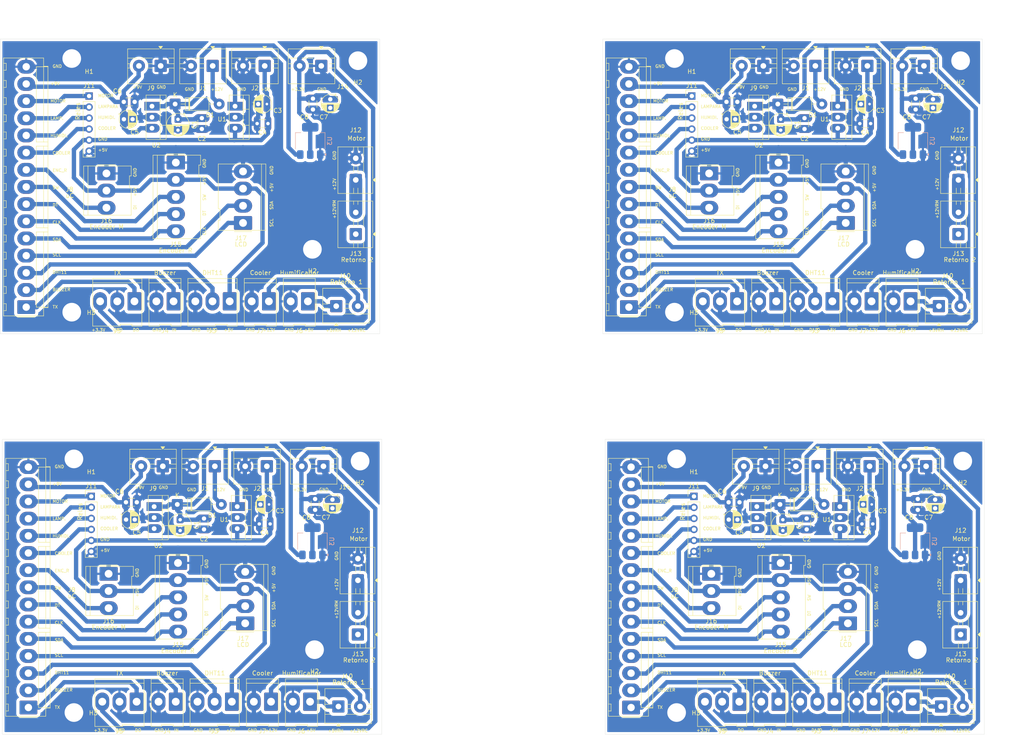
<source format=kicad_pcb>
(kicad_pcb (version 20241229) (generator "pcbnew") (generator_version "9.0")
  (layers (0 "F.Cu" signal) (2 "B.Cu" signal) (13 "F.Paste" user) (15 "B.Paste" user) (5 "F.SilkS" user "F.Silkscreen") (7 "B.SilkS" user "B.Silkscreen") (1 "F.Mask" user) (3 "B.Mask" user) (25 "Edge.Cuts" user))
  (net 0 "")
  (net 1 "+5V")
  (net 2 "Net-(D1-K)")
  (net 3 "GND")
  (net 4 "B15")
  (net 5 "B13")
  (net 6 "+5V_R_Humidificador")
  (net 7 "+9V")
  (net 8 "+12V_R_Cooler")
  (net 9 "B12")
  (net 10 "PIN_LAMPARA")
  (net 11 "+12V_R_Motor")
  (net 12 "+12V")
  (net 13 "A11")
  (net 14 "+3_3V")
  (net 15 "A9")
  (net 17 "SDA")
  (net 18 "PIN_MOTOR")
  (net 19 "CLK")
  (net 20 "SCL")
  (net 21 "DT")
  (net 22 "SW")
  (net 23 "PIN_ENCODER")
  (footprint "Capacitor_THT:CP_Radial_D4.0mm_P2.00mm" (layer "F.Cu") (at 107.125 131.8887 -90)
    (property "Reference" "C7")
    (property "Value" "10uF")
  )
  (footprint "Connector_Molex:Molex_KK-396_5273-03A_1x03_P3.96mm_Vertical" (layer "F.Cu") (at 200.46 86.16 180)
    (property "Reference" "J5")
    (property "Value" "TX")
  )
  (footprint "TerminalBlock:TerminalBlock_MaiXu_MX126-5.0-02P_1x02_P5.00mm" (layer "F.Cu") (at 108 87.265)
    (property "Reference" "J10")
    (property "Value" "Retorno_1")
  )
  (footprint "TerminalBlock:TerminalBlock_MaiXu_MX126-5.0-02P_1x02_P5.00mm" (layer "F.Cu") (at 231 124.2 180)
    (property "Reference" "J2")
    (property "Value" "5V_OUT")
  )
  (footprint "Capacitor_THT:C_Disc_D3.0mm_W1.6mm_P2.50mm" (layer "F.Cu") (at 59.5 132.5)
    (property "Reference" "C6")
    (property "Value" "0.1uF")
  )
  (footprint "Package_TO_SOT_THT:TO-220-3_Vertical" (layer "F.Cu") (at 224.1625 133.5 -90)
    (property "Reference" "U1")
    (property "Value" "LM7805_TO220")
  )
  (footprint "Capacitor_THT:CP_Radial_D4.0mm_P2.00mm" (layer "F.Cu") (at 92.5 133 180)
    (property "Reference" "C3")
    (property "Value" "10uF")
  )
  (footprint "Capacitor_THT:C_Disc_D3.0mm_W1.6mm_P2.50mm" (layer "F.Cu") (at 216 43.91 -90)
    (property "Reference" "C2")
    (property "Value" "0.1uF")
  )
  (footprint "TerminalBlock:TerminalBlock_MaiXu_MX126-5.0-02P_1x02_P5.00mm" (layer "F.Cu") (at 108.5 179.605)
    (property "Reference" "J10")
    (property "Value" "Retorno_1")
  )
  (footprint "Capacitor_THT:C_Disc_D3.0mm_W1.6mm_P2.50mm" (layer "F.Cu") (at 216.5 136.25 -90)
    (property "Reference" "C2")
    (property "Value" "0.1uF")
  )
  (footprint "Capacitor_THT:CP_Radial_D4.0mm_P2.00mm" (layer "F.Cu") (at 198.527401 136.5)
    (property "Reference" "C5")
    (property "Value" "10uF")
  )
  (footprint "Connector_Molex:Molex_KK-396_5273-04A_1x04_P3.96mm_Vertical" (layer "F.Cu") (at 226 160.42 90)
    (property "Reference" "J17")
    (property "Value" "LCD")
  )
  (footprint "Diode_THT:D_DO-41_SOD81_P10.16mm_Horizontal" (layer "F.Cu") (at 71.34 133)
    (property "Reference" "D1")
    (property "Value" "1N5819")
  )
  (footprint "Connector_Molex:Molex_KK-396_5273-03A_1x03_P3.96mm_Vertical" (layer "F.Cu") (at 61.46 86.16 180)
    (property "Reference" "J5")
    (property "Value" "TX")
  )
  (footprint "Connector_Molex:Molex_KK-396_5273-03A_1x03_P3.96mm_Vertical" (layer "F.Cu") (at 194.5 149 -90)
    (property "Reference" "J16")
    (property "Value" "Encoder_Motor")
  )
  (footprint "MountingHole:MountingHole_4.3mm_M4_ISO14580_Pad_TopBottom" (layer "F.Cu") (at 186.5 122.5)
    (property "Reference" "H1")
    (property "Value" "MountingHole_4.3mm_M4_ISO14580_Pad_TopBottom" (hide yes))
  )
  (footprint "Capacitor_THT:CP_Radial_D5.0mm_P2.50mm" (layer "F.Cu") (at 71.5 44.187401 -90)
    (property "Reference" "C1")
    (property "Value" "0.33uF")
  )
  (footprint "MountingHole:MountingHole_4.3mm_M4_ISO14580_Pad_TopBottom" (layer "F.Cu") (at 186 30.16)
    (property "Reference" "H1")
    (property "Value" "MountingHole_4.3mm_M4_ISO14580_Pad_TopBottom" (hide yes))
  )
  (footprint "TerminalBlock:TerminalBlock_MaiXu_MX126-5.0-02P_1x02_P5.00mm" (layer "F.Cu") (at 113 150.5 90)
    (property "Reference" "J12")
    (property "Value" "Motor")
  )
  (footprint "MountingHole:MountingHole_4.3mm_M4_ISO14580_Pad_TopBottom" (layer "F.Cu") (at 241.5 74.16)
    (property "Reference" "H2")
    (property "Value" "MountingHole_4.3mm_M4_ISO14580_Pad_TopBottom" (hide yes))
  )
  (footprint "TerminalBlock:TerminalBlock_MaiXu_MX126-5.0-02P_1x02_P5.00mm" (layer "F.Cu") (at 252 150.5 90)
    (property "Reference" "J12")
    (property "Value" "Motor")
  )
  (footprint "Capacitor_THT:CP_Radial_D5.0mm_P2.50mm" (layer "F.Cu") (at 210.5 44.187401 -90)
    (property "Reference" "C1")
    (property "Value" "0.33uF")
  )
  (footprint "Connector_Molex:Molex_KK-396_5273-04A_1x04_P3.96mm_Vertical" (layer "F.Cu") (at 86.5 68.08 90)
    (property "Reference" "J17")
    (property "Value" "LCD")
  )
  (footprint "TerminalBlock:TerminalBlock_MaiXu_MX126-5.0-02P_1x02_P5.00mm" (layer "F.Cu") (at 230.5 31.86 180)
    (property "Reference" "J2")
    (property "Value" "5V_OUT")
  )
  (footprint "Connector_PinHeader_2.54mm:PinHeader_1x06_P2.54mm_Vertical" (layer "F.Cu") (at 190 38.81)
    (property "Reference" "J11")
    (property "Value" "Modulo_Reles")
  )
  (footprint "Connector_Molex:Molex_KK-396_5273-04A_1x04_P3.96mm_Vertical" (layer "F.Cu") (at 225.5 68.08 90)
    (property "Reference" "J17")
    (property "Value" "LCD")
  )
  (footprint "TerminalBlock:TerminalBlock_MaiXu_MX126-5.0-02P_1x02_P5.00mm" (layer "F.Cu") (at 218.5 31.86 180)
    (property "Reference" "J1")
    (property "Value" "12V_IN")
  )
  (footprint "Capacitor_THT:CP_Radial_D4.0mm_P2.00mm" (layer "F.Cu") (at 106.625 39.5487 -90)
    (property "Reference" "C7")
    (property "Value" "10uF")
  )
  (footprint "Diode_THT:D_DO-41_SOD81_P10.16mm_Horizontal" (layer "F.Cu") (at 70.84 40.66)
    (property "Reference" "D1")
    (property "Value" "1N5819")
  )
  (footprint "Capacitor_THT:C_Disc_D3.0mm_W1.6mm_P2.50mm" (layer "F.Cu") (at 103.125 131.75 -90)
    (property "Reference" "C8")
    (property "Value" "0.1uF")
  )
  (footprint "Connector_Molex:Molex_KK-396_5273-02A_1x02_P3.96mm_Vertical" (layer "F.Cu") (at 231.46 86.16 180)
    (property "Reference" "J7")
    (property "Value" "Cooler")
  )
  (footprint "TerminalBlock:TerminalBlock_MaiXu_MX126-5.0-02P_1x02_P5.00mm" (layer "F.Cu") (at 67.5 31.86 180)
    (property "Reference" "J9")
    (property "Value" "9V_OUT")
  )
  (footprint "Capacitor_THT:C_Disc_D3.0mm_W1.6mm_P2.50mm" (layer "F.Cu") (at 231.75 137.5 180)
    (property "Reference" "C4")
    (property "Value" "0.1uF")
  )
  (footprint "Capacitor_THT:CP_Radial_D4.0mm_P2.00mm" (layer "F.Cu") (at 59.027401 44.16)
    (property "Reference" "C5")
    (property "Value" "10uF")
  )
  (footprint "Connector_Molex:Molex_KK-396_5273-03A_1x03_P3.96mm_Vertical" (layer "F.Cu") (at 194 56.66 -90)
    (property "Reference" "J16")
    (property "Value" "Encoder_Motor")
  )
  (footprint "Connector_Molex:Molex_KK-396_5273-02A_1x02_P3.96mm_Vertical" (layer "F.Cu") (at 70.98 178.5 180)
    (property "Reference" "J4")
    (property "Value" "Buzzer")
  )
  (footprint "Connector_Molex:Molex_KK-396_5273-02A_1x02_P3.96mm_Vertical" (layer "F.Cu") (at 92.46 86.16 180)
    (property "Reference" "J7")
    (property "Value" "Cooler")
  )
  (footprint "Capacitor_THT:CP_Radial_D4.0mm_P2.00mm" (layer "F.Cu") (at 231.5 133 180)
    (property "Reference" "C3")
    (property "Value" "10uF")
  )
  (footprint "Connector_Molex:Molex_KK-396_5273-02A_1x02_P3.96mm_Vertical" (layer "F.Cu") (at 240.46 86.16 180)
    (property "Reference" "J6")
    (property "Value" "Humidi.")
  )
  (footprint "TerminalBlock:TerminalBlock_MaiXu_MX126-5.0-02P_1x02_P5.00mm" (layer "F.Cu") (at 92 124.2 180)
    (property "Reference" "J2")
    (property "Value" "5V_OUT")
  )
  (footprint "Package_TO_SOT_THT:TO-220-3_Vertical" (layer "F.Cu") (at 223.6625 41.16 -90)
    (property "Reference" "U1")
    (property "Value" "LM7805_TO220")
  )
  (footprint "TerminalBlock:TerminalBlock_MaiXu_MX126-5.0-02P_1x02_P5.00mm" (layer "F.Cu") (at 112.5 70.66 90)
    (property "Reference" "J13")
    (property "Value" "Retorno_2")
  )
  (footprint "Connector_Molex:Molex_KK-396_5273-03A_1x03_P3.96mm_Vertical" (layer "F.Cu") (at 55 56.66 -90)
    (property "Reference" "J16")
    (property "Value" "Encoder_Motor")
  )
  (footprint "Connector_Molex:Molex_KK-396_5273-03A_1x03_P3.96mm_Vertical" (layer "F.Cu") (at 222.42 86.16 180)
    (property "Reference" "J3")
    (property "Value" "DHT11")
  )
  (footprint "Capacitor_THT:C_Disc_D3.0mm_W1.6mm_P2.50mm" (layer "F.Cu") (at 241.625 39.41 -90)
    (property "Reference" "C8")
    (property "Value" "0.1uF")
  )
  (footprint "MountingHole:MountingHole_4.3mm_M4_ISO14580_Pad_TopBottom" (layer "F.Cu") (at 47.5 122.5)
    (property "Reference" "H1")
    (property "Value" "MountingHole_4.3mm_M4_ISO14580_Pad_TopBottom" (hide yes))
  )
  (footprint "Package_TO_SOT_THT:TO-220-3_Vertical" (layer "F.Cu") (at 65.5 41.16 -90)
    (property "Reference" "U2")
    (property "Value" "LM7809_TO220")
  )
  (footprint "Connector_Molex:Molex_KK-396_5273-05A_1x05_P3.96mm_Vertical" (layer "F.Cu") (at 71.5 146.5 -90)
    (property "Reference" "J15")
    (property "Value" "Encoder_Rotativo")
  )
  (footprint "TerminalBlock:TerminalBlock_MaiXu_MX126-5.0-02P_1x02_P5.00mm" (layer "F.Cu") (at 91.5 31.86 180)
    (property "Reference" "J2")
    (property "Value" "5V_OUT")
  )
  (footprint "Capacitor_THT:C_Disc_D3.0mm_W1.6mm_P2.50mm" (layer "F.Cu") (at 77 43.91 -90)
    (property "Reference" "C2")
    (property "Value" "0.1uF")
  )
  (footprint "MountingHole:MountingHole_4.3mm_M4_ISO14580_Pad_TopBottom" (layer "F.Cu") (at 186 88.66)
    (property "Reference" "H3")
    (property "Value" "MountingHole_4.3mm_M4_ISO14580_Pad_TopBottom" (hide yes))
  )
  (footprint "TerminalBlock:TerminalBlock_MaiXu_MX126-5.0-02P_1x02_P5.00mm" (layer "F.Cu") (at 104.545 31.86 180)
    (property "Reference" "J14")
    (property "Value" "3_3V_OUT")
  )
  (footprint "TerminalBlock:TerminalBlock_MaiXu_MX126-5.0-02P_1x02_P5.00mm" (layer "F.Cu") (at 251.5 58.16 90)
    (property "Reference" "J12")
    (property "Value" "Motor")
  )
  (footprint "Diode_THT:D_DO-41_SOD81_P10.16mm_Horizontal" (layer "F.Cu") (at 209.84 40.66)
    (property "Reference" "D1")
    (property "Value" "1N5819")
  )
  (footprint "Connector_Molex:Molex_KK-396_5273-03A_1x03_P3.96mm_Vertical" (layer "F.Cu") (at 61.96 178.5 180)
    (property "Reference" "J5")
    (property "Value" "TX")
  )
  (footprint "Package_TO_SOT_THT:TO-220-3_Vertical" (layer "F.Cu") (at 205 133.5 -90)
    (property "Reference" "U2")
    (property "Value" "LM7809_TO220")
  )
  (footprint "TerminalBlock:TerminalBlock_MaiXu_MX126-5.0-02P_1x02_P5.00mm" (layer "F.Cu") (at 243.545 31.86 180)
    (property "Reference" "J14")
    (property "Value" "3_3V_OUT")
  )
  (footprint "Connector_Molex:Molex_KK-396_5273-02A_1x02_P3.96mm_Vertical" (layer "F.Cu") (at 209.48 86.16 180)
    (property "Reference" "J4")
    (property "Value" "Buzzer")
  )
  (footprint "Connector_Molex:Molex_KK-396_5273-02A_1x02_P3.96mm_Vertical" (layer "F.Cu") (at 240.96 178.5 180)
    (property "Reference" "J6")
    (property "Value" "Humidi.")
  )
  (footprint "Capacitor_THT:CP_Radial_D4.0mm_P2.00mm" (layer "F.Cu") (at 92 40.66 180)
    (property "Reference" "C3")
    (property "Value" "10uF")
  )
  (footprint "TerminalBlock:TerminalBlock_MaiXu_MX126-5.0-02P_1x02_P5.00mm" (layer "F.Cu") (at 247 87.265)
    (property "Reference" "J10")
    (property "Value" "Retorno_1")
  )
  (footprint "Diode_THT:D_DO-41_SOD81_P10.16mm_Horizontal" (layer "F.Cu") (at 210.34 133)
    (property "Reference" "D1")
    (property "Value" "1N5819")
  )
  (footprint "Connector_Molex:Molex_KK-396_A-41791-0015_1x15_P3.96mm_Vertical" (layer "F.Cu") (at 176 179.84 90)
    (property "Reference" "J8")
    (property "Value" "Nucleo")
  )
  (footprint "Capacitor_THT:CP_Radial_D4.0mm_P2.00mm" (layer "F.Cu") (at 246.125 131.8887 -90)
    (property "Reference" "C7")
    (property "Value" "10uF")
  )
  (footprint "MountingHole:MountingHole_4.3mm_M4_ISO14580_Pad_TopBottom" (layer "F.Cu") (at 47 30.16)
    (property "Reference" "H1")
    (property "Value" "MountingHole_4.3mm_M4_ISO14580_Pad_TopBottom" (hide yes))
  )
  (footprint "MountingHole:MountingHole_4.3mm_M4_ISO14580_Pad_TopBottom" (layer "F.Cu") (at 47.5 181)
    (property "Reference" "H3")
    (property "Value" "MountingHole_4.3mm_M4_ISO14580_Pad_TopBottom" (hide yes))
  )
  (footprint "Connector_PinHeader_2.54mm:PinHeader_1x06_P2.54mm_Vertical" (layer "F.Cu") (at 51 38.81)
    (property "Reference" "J11")
    (property "Value" "Modulo_Reles")
  )
  (footprint "Connector_Molex:Molex_KK-396_5273-03A_1x03_P3.96mm_Vertical" (layer "F.Cu") (at 200.96 178.5 180)
    (property "Reference" "J5")
    (property "Value" "TX")
  )
  (footprint "TerminalBlock:TerminalBlock_MaiXu_MX126-5.0-02P_1x02_P5.00mm" (layer "F.Cu") (at 113 163 90)
    (property "Reference" "J13")
    (property "Value" "Retorno_2")
  )
  (footprint "MountingHole:MountingHole_4.3mm_M4_ISO14580_Pad_TopBottom" (layer "F.Cu") (at 113 30.66)
    (property "Reference" "H2")
    (property "Value" "MountingHole_4.3mm_M4_ISO14580_Pad_TopBottom" (hide yes))
  )
  (footprint "TerminalBlock:TerminalBlock_MaiXu_MX126-5.0-02P_1x02_P5.00mm" (layer "F.Cu") (at 244.045 124.2 180)
    (property "Reference" "J14")
    (property "Value" "3_3V_OUT")
  )
  (footprint "Capacitor_THT:CP_Radial_D4.0mm_P2.00mm" (layer "F.Cu") (at 59.527401 136.5)
    (property "Reference" "C5")
    (property "Value" "10uF")
  )
  (footprint "Connector_Molex:Molex_KK-396_5273-03A_1x03_P3.96mm_Vertical" (layer "F.Cu") (at 222.92 178.5 180)
    (property "Reference" "J3")
    (property "Value" "DHT11")
  )
  (footprint "Connector_Molex:Molex_KK-396_5273-03A_1x03_P3.96mm_Vertical" (layer "F.Cu") (at 83.42 86.16 180)
    (property "Reference" "J3")
    (property "Value" "DHT11")
  )
  (footprint "TerminalBlock:TerminalBlock_MaiXu_MX126-5.0-02P_1x02_P5.00mm" (layer "F.Cu") (at 80 124.2 180)
    (property "Reference" "J1")
    (property "Value" "12V_IN")
  )
  (footprint "Capacitor_THT:CP_Radial_D4.0mm_P2.00mm" (layer "F.Cu") (at 231 40.66 180)
    (property "Reference" "C3")
    (property "Value" "10uF")
  )
  (footprint "Capacitor_THT:CP_Radial_D4.0mm_P2.00mm" (layer "F.Cu") (at 245.625 39.5487 -90)
    (property "Reference" "C7")
    (property "Value" "10uF")
  )
  (footprint "Connector_Molex:Molex_KK-396_5273-03A_1x03_P3.96mm_Vertical" (layer "F.Cu") (at 55.5 149 -90)
    (property "Reference" "J16")
    (property "Value" "Encoder_Motor")
  )
  (footprint "Connector_Molex:Molex_KK-396_5273-02A_1x02_P3.96mm_Vertical" (layer "F.Cu") (at 209.98 178.5 180)
    (property "Reference" "J4")
    (property "Value" "Buzzer")
  )
  (footprint "Connector_Molex:Molex_KK-396_5273-02A_1x02_P3.96mm_Vertical" (layer "F.Cu") (at 101.46 86.16 180)
    (property "Reference" "J6")
    (property "Value" "Humidi.")
  )
  (footprint "Connector_PinHeader_2.54mm:PinHeader_1x06_P2.54mm_Vertical" (layer "F.Cu") (at 190.5 131.15)
    (property "Reference" "J11")
    (property "Value" "Modulo_Reles")
  )
  (footprint "Capacitor_THT:CP_Radial_D4.0mm_P2.00mm" (layer "F.Cu") (at 198.027401 44.16)
    (property "Reference" "C5")
    (property "Value" "10uF")
  )
  (footprint "Capacitor_THT:C_Disc_D3.0mm_W1.6mm_P2.50mm" (layer "F.Cu") (at 77.5 136.25 -90)
    (property "Reference" "C2")
    (property "Value" "0.1uF")
  )
  (footprint "MountingHole:MountingHole_4.3mm_M4_ISO14580_Pad_TopBottom" (layer "F.Cu") (at 242 166.5)
    (property "Reference" "H2")
    (property "Value" "MountingHole_4.3mm_M4_ISO14580_Pad_TopBottom" (hide yes))
  )
  (footprint "MountingHole:MountingHole_4.3mm_M4_ISO14580_Pad_TopBottom" (layer "F.Cu") (at 47 88.66)
    (property "Reference" "H3")
    (property "Value" "MountingHole_4.3mm_M4_ISO14580_Pad_TopBottom" (hide yes))
  )
  (footprint "MountingHole:MountingHole_4.3mm_M4_ISO14580_Pad_TopBottom" (layer "F.Cu") (at 186.5 181)
    (property "Reference" "H3")
    (property "Value" "MountingHole_4.3mm_M4_ISO14580_Pad_TopBottom" (hide yes))
  )
  (footprint "MountingHole:MountingHole_4.3mm_M4_ISO14580_Pad_TopBottom" (layer "F.Cu") (at 252 30.66)
    (property "Reference" "H2")
    (property "Value" "MountingHole_4.3mm_M4_ISO14580_Pad_TopBottom" (hide yes))
  )
  (footprint "Connector_Molex:Molex_KK-396_5273-03A_1x03_P3.96mm_Vertical" (layer "F.Cu") (at 83.92 178.5 180)
    (property "Reference" "J3")
    (property "Value" "DHT11")
  )
  (footprint "Capacitor_THT:C_Disc_D3.0mm_W1.6mm_P2.50mm" (layer "F.Cu") (at 59 40.16)
    (property "Reference" "C6")
    (property "Value" "0.1uF")
  )
  (footprint "MountingHole:MountingHole_4.3mm_M4_ISO14580_Pad_TopBottom" (layer "F.Cu") (at 113.5 123)
    (property "Reference" "H2")
    (property "Value" "MountingHole_4.3mm_M4_ISO14580_Pad_TopBottom" (hide yes))
  )
  (footprint "MountingHole:MountingHole_4.3mm_M4_ISO14580_Pad_TopBottom" (layer "F.Cu") (at 102.5 74.16)
    (property "Reference" "H2")
    (property "Value" "MountingHole_4.3mm_M4_ISO14580_Pad_TopBottom" (hide yes))
  )
  (footprint "TerminalBlock:TerminalBlock_MaiXu_MX126-5.0-02P_1x02_P5.00mm" (layer "F.Cu") (at 251.5 70.66 90)
    (property "Reference" "J13")
    (property "Value" "Retorno_2")
  )
  (footprint "MountingHole:MountingHole_4.3mm_M4_ISO14580_Pad_TopBottom" (layer "F.Cu") (at 252.5 123)
    (property "Reference" "H2")
    (property "Value" "MountingHole_4.3mm_M4_ISO14580_Pad_TopBottom" (hide yes))
  )
  (footprint "Connector_Molex:Molex_KK-396_5273-02A_1x02_P3.96mm_Vertical" (layer "F.Cu") (at 92.96 178.5 180)
    (property "Reference" "J7")
    (property "Value" "Cooler")
  )
  (footprint "TerminalBlock:TerminalBlock_MaiXu_MX126-5.0-02P_1x02_P5.00mm" (layer "F.Cu") (at 207 124.2 180)
    (property "Reference" "J9")
    (property "Value" "9V_OUT")
  )
  (footprint "Capacitor_THT:C_Disc_D3.0mm_W1.6mm_P2.50mm" (layer "F.Cu") (at 92.25 45.16 180)
    (property "Reference" "C4")
    (property "Value" "0.1uF")
  )
  (footprint "Package_TO_SOT_THT:TO-220-3_Vertical" (layer "F.Cu") (at 84.6625 41.16 -90)
    (property "Reference" "U1")
    (property "Value" "LM7805_TO220")
  )
  (footprint "Connector_Molex:Molex_KK-396_5273-05A_1x05_P3.96mm_Vertical" (layer "F.Cu") (at 210 54.16 -90)
    (property "Reference" "J15")
    (property "Value" "Encoder_Rotativo")
  )
  (footprint "Capacitor_THT:C_Disc_D3.0mm_W1.6mm_P2.50mm" (layer "F.Cu") (at 92.75 137.5 180)
    (property "Reference" "C4")
    (property "Value" "0.1uF")
  )
  (footprint "TerminalBlock:TerminalBlock_MaiXu_MX126-5.0-02P_1x02_P5.00mm" (layer "F.Cu") (at 112.5 58.16 90)
    (property "Reference" "J12")
    (property "Value" "Motor")
  )
  (footprint "Capacitor_THT:C_Disc_D3.0mm_W1.6mm_P2.50mm" (layer "F.Cu") (at 242.125 131.75 -90)
    (property "Reference" "C8")
    (property "Value" "0.1uF")
  )
  (footprint "TerminalBlock:TerminalBlock_MaiXu_MX126-5.0-02P_1x02_P5.00mm" (layer "F.Cu") (at 252 163 90)
    (property "Reference" "J13")
    (property "Value" "Retorno_2")
  )
  (footprint "Connector_Molex:Molex_KK-396_5273-02A_1x02_P3.96mm_Vertical" (layer "F.Cu") (at 101.96 178.5 180)
    (property "Reference" "J6")
    (property "Value" "Humidi.")
  )
  (footprint "Connector_Molex:Molex_KK-396_A-41791-0015_1x15_P3.96mm_Vertical" (layer "F.Cu") (at 36.5 87.5 90)
    (property "Reference" "J8")
    (property "Value" "Nucleo")
  )
  (footprint "Capacitor_THT:CP_Radial_D5.0mm_P2.50mm" (layer "F.Cu") (at 211 136.527401 -90)
    (property "Reference" "C1")
    (property "Value" "0.33uF")
  )
  (footprint "Package_TO_SOT_THT:TO-220-3_Vertical" (layer "F.Cu") (at 85.1625 133.5 -90)
    (property "Reference" "U1")
    (property "Value" "LM7805_TO220")
  )
  (footprint "Connector_PinHeader_2.54mm:PinHeader_1x06_P2.54mm_Vertical" (layer "F.Cu") (at 51.5 131.15)
    (property "Reference" "J11")
    (property "Value" "Modulo_Reles")
  )
  (footprint "TerminalBlock:TerminalBlock_MaiXu_MX126-5.0-02P_1x02_P5.00mm" (layer "F.Cu") (at 206.5 31.86 180)
    (property "Reference" "J9")
    (property "Value" "9V_OUT")
  )
  (footprint "Capacitor_THT:C_Disc_D3.0mm_W1.6mm_P2.50mm" (layer "F.Cu") (at 198.5 132.5)
    (property "Reference" "C6")
    (property "Value" "0.1uF")
  )
  (footprint "Connector_Molex:Molex_KK-396_A-41791-0015_1x15_P3.96mm_Vertical" (layer "F.Cu") (at 37 179.84 90)
    (property "Reference" "J8")
    (property "Value" "Nucleo")
  )
  (footprint "TerminalBlock:TerminalBlock_MaiXu_MX126-5.0-02P_1x02_P5.00mm" (layer "F.Cu") (at 247.5 179.605)
    (property "Reference" "J10")
    (property "Value" "Retorno_1")
  )
  (footprint "Connector_Molex:Molex_KK-396_5273-02A_1x02_P3.96mm_Vertical" (layer "F.Cu") (at 231.96 178.5 180)
    (property "Reference" "J7")
    (property "Value" "Cooler")
  )
  (footprint "MountingHole:MountingHole_4.3mm_M4_ISO14580_Pad_TopBottom" (layer "F.Cu") (at 103 166.5)
    (property "Reference" "H2")
    (property "Value" "MountingHole_4.3mm_M4_ISO14580_Pad_TopBottom" (hide yes))
  )
  (footprint "Connector_Molex:Molex_KK-396_5273-04A_1x04_P3.96mm_Vertical" (layer "F.Cu") (at 87 160.42 90)
    (property "Reference" "J17")
    (property "Value" "LCD")
  )
  (footprint "TerminalBlock:TerminalBlock_MaiXu_MX126-5.0-02P_1x02_P5.00mm" (layer "F.Cu") (at 68 124.2 180)
    (property "Reference" "J9")
    (property "Value" "9V_OUT")
  )
  (footprint "Connector_Molex:Molex_KK-396_5273-05A_1x05_P3.96mm_Vertical" (layer "F.Cu") (at 71 54.16 -90)
    (property "Reference" "J15")
    (property "Value" "Encoder_Rotativo")
  )
  (footprint "Package_TO_SOT_THT:TO-220-3_Vertical" (layer "F.Cu") (at 204.5 41.16 -90)
    (property "Reference" "U2")
    (property "Value" "LM7809_TO220")
  )
  (footprint "Connector_Molex:Molex_KK-396_5273-02A_1x02_P3.96mm_Vertical" (layer "F.Cu") (at 70.48 86.16 180)
    (property "Reference" "J4")
    (property "Value" "Buzzer")
  )
  (footprint "TerminalBlock:TerminalBlock_MaiXu_MX126-5.0-02P_1x02_P5.00mm" (layer "F.Cu") (at 219 124.2 180)
    (property "Reference" "J1")
    (property "Value" "12V_IN")
  )
  (footprint "Connector_Molex:Molex_KK-396_5273-05A_1x05_P3.96mm_Vertical" (layer "F.Cu") (at 210.5 146.5 -90)
    (property "Reference" "J15")
    (property "Value" "Encoder_Rotativo")
  )
  (footprint "TerminalBlock:TerminalBlock_MaiXu_MX126-5.0-02P_1x02_P5.00mm" (layer "F.Cu") (at 79.5 31.86 180)
    (property "Reference" "J1")
    (property "Value" "12V_IN")
  )
  (footprint "Package_TO_SOT_THT:TO-220-3_Vertical" (layer "F.Cu") (at 66 133.5 -90)
    (property "Reference" "U2")
    (property "Value" "LM7809_TO220")
  )
  (footprint "Connector_Molex:Molex_KK-396_A-41791-0015_1x15_P3.96mm_Vertical" (layer "F.Cu") (at 175.5 87.5 90)
    (property "Reference" "J8")
    (property "Value" "Nucleo")
  )
  (footprint "Capacitor_THT:C_Disc_D3.0mm_W1.6mm_P2.50mm" (layer "F.Cu") (at 102.625 39.41 -90)
    (property "Reference" "C8")
    (property "Value" "0.1uF")
  )
  (footprint "Capacitor_THT:CP_Radial_D5.0mm_P2.50mm" (layer "F.Cu") (at 72 136.527401 -90)
    (property "Reference" "C1")
    (property "Value" "0.33uF")
  )
  (footprint "Capacitor_THT:C_Disc_D3.0mm_W1.6mm_P2.50mm" (layer "F.Cu") (at 231.25 45.16 180)
    (property "Reference" "C4")
    (property "Value" "0.1uF")
  )
  (footprint "TerminalBlock:TerminalBlock_MaiXu_MX126-5.0-02P_1x02_P5.00mm" (layer "F.Cu") (at 105.045 124.2 180)
    (property "Reference" "J14")
    (property "Value" "3_3V_OUT")
  )
  (footprint "Capacitor_THT:C_Disc_D3.0mm_W1.6mm_P2.50mm" (layer "F.Cu") (at 198 40.16)
    (property "Reference" "C6")
    (property "Value" "0.1uF")
  )
  (footprint "Package_TO_SOT_SMD:SOT-223" (layer "B.Cu") (at 241.5 141.5 90)
    (property "Reference" "U3")
    (property "Value" "LD1117V33")
  )
  (footprint "Package_TO_SOT_SMD:SOT-223" (layer "B.Cu") (at 102.5 141.5 90)
    (property "Reference" "U3")
    (property "Value" "LD1117V33")
  )
  (footprint "Package_TO_SOT_SMD:SOT-223" (layer "B.Cu") (at 102 49.16 90)
    (property "Reference" "U3")
    (property "Value" "LD1117V33")
  )
  (footprint "Package_TO_SOT_SMD:SOT-223" (layer "B.Cu") (at 241 49.16 90)
    (property "Reference" "U3")
    (property "Value" "LD1117V33")
  )
  (gr_rect (start 169.5 25.66) (end 257 93.66) (stroke (width 0.05)) (fill no) (layer "Edge.Cuts"))
  (gr_rect (start 170 118) (end 257.5 186) (stroke (width 0.05)) (fill no) (layer "Edge.Cuts"))
  (gr_rect (start 30.5 25.66) (end 118 93.66) (stroke (width 0.05)) (fill no) (layer "Edge.Cuts"))
  (gr_rect (start 31 118) (end 118.5 186) (stroke (width 0.05)) (fill no) (layer "Edge.Cuts"))
  (gr_text "+12V" (at 218.5 130 0) (layer "F.SilkS") (effects (font (size 0.7 0.7) (thickness 0.125) (bold yes)) (justify left bottom)))
  (gr_text "Reles" (at 49.5 136.77 90) (layer "F.SilkS") (effects (font (size 1 1)) (justify left bottom)))
  (gr_text "uC" (at 45.5 62.36 0) (layer "F.SilkS") (effects (font (size 1 1)) (justify left bottom)))
  (gr_text "SCL" (at 42.5 75.86 0) (layer "F.SilkS") (effects (font (size 0.7 0.7) (thickness 0.125) (bold yes)) (justify left bottom)))
  (gr_text "COOLER" (at 42.5 52.36 0) (layer "F.SilkS") (effects (font (size 0.7 0.7) (thickness 0.125) (bold yes)) (justify left bottom)))
  (gr_text "GND\n" (at 196 185.5 0) (layer "F.SilkS") (effects (font (size 0.7 0.7) (thickness 0.125) (bold yes)) (justify left bottom)))
  (gr_text "DO" (at 200.5 185.5 0) (layer "F.SilkS") (effects (font (size 0.7 0.7) (thickness 0.125) (bold yes)) (justify left bottom)))
  (gr_text "GND" (at 85.5 130 0) (layer "F.SilkS") (effects (font (size 0.7 0.7) (thickness 0.125) (bold yes)) (justify left bottom)))
  (gr_text "+5V" (at 201.5 154.42 90) (layer "F.SilkS") (effects (font (size 0.7 0.7) (thickness 0.125) (bold yes)) (justify left bottom)))
  (gr_text "+5V" (at 91 130 0) (layer "F.SilkS") (effects (font (size 0.7 0.7) (thickness 0.125) (bold yes)) (justify left bottom)))
  (gr_text "TX" (at 181.5 87.86 0) (layer "F.SilkS") (effects (font (size 0.7 0.7) (thickness 0.125) (bold yes)) (justify left bottom)))
  (gr_text "+5V" (at 229.5 37.66 0) (layer "F.SilkS") (effects (font (size 0.7 0.7) (thickness 0.125) (bold yes)) (justify left bottom)))
  (gr_text "+5V" (at 192.5 144 0) (layer "F.SilkS") (effects (font (size 0.7 0.7) (thickness 0.125) (bold yes)) (justify left bottom)))
  (gr_text "+5V" (at 217 59.5 90) (layer "F.SilkS") (effects (font (size 0.7 0.7) (thickness 0.125) (bold yes)) (justify left bottom)))
  (gr_text "+5V" (at 232.5 61.08 90) (layer "F.SilkS") (effects (font (size 0.7 0.7) (thickness 0.125) (bold yes)) (justify left bottom)))
  (gr_text "DI" (at 62 65.08 90) (layer "F.SilkS") (effects (font (size 0.7 0.7) (thickness 0.125) (bold yes)) (justify left bottom)))
  (gr_text "DO" (at 200 93.16 0) (layer "F.SilkS") (effects (font (size 0.7 0.7) (thickness 0.125) (bold yes)) (justify left bottom)))
  (gr_text "SCL" (at 233 161.42 90) (layer "F.SilkS") (effects (font (size 0.7 0.7) (thickness 0.125) (bold yes)) (justify left bottom)))
  (gr_text "+12V" (at 108.5 153 90) (layer "F.SilkS") (effects (font (size 0.7 0.7) (thickness 0.125) (bold yes)) (justify left bottom)))
  (gr_text "SW" (at 43 152.7 0) (layer "F.SilkS") (effects (font (size 0.7 0.7) (thickness 0.125) (bold yes)) (justify left bottom)))
  (gr_text "+5V" (at 78 59.5 90) (layer "F.SilkS") (effects (font (size 0.7 0.7) (thickness 0.125) (bold yes)) (justify left bottom)))
  (gr_text "LCD" (at 224 165.92 0) (layer "F.SilkS") (effects (font (size 1 1)) (justify left bottom)))
  (gr_text "GND" (at 206 129.5 0) (layer "F.SilkS") (effects (font (size 0.7 0.7) (thickness 0.125) (bold yes)) (justify left bottom)))
  (gr_text "TX" (at 197 172.5 0) (layer "F.SilkS") (effects (font (size 1 1)) (justify bottom)))
  (gr_text "+9V" (at 42 36.36 0) (layer "F.SilkS") (effects (font (size 0.7 0.7) (thickness 0.125) (bold yes)) (justify left bottom)))
  (gr_text "GND" (at 243 130 0) (layer "F.SilkS") (effects (font (size 0.7 0.7) (thickness 0.125) (bold yes)) (justify left bottom)))
  (gr_text "+3.3V" (at 190.5 93.16 0) (layer "F.SilkS") (effects (font (size 0.7 0.7) (thickness 0.125) (bold yes)) (justify left bottom)))
  (gr_text "+12V" (at 247.5 153 90) (layer "F.SilkS") (effects (font (size 0.7 0.7) (thickness 0.125) (bold yes)) (justify left bottom)))
  (gr_text "Motor" (at 250 141.5 0) (layer "F.SilkS") (effects (font (size 1 1)) (justify left bottom)))
  (gr_text "Retorno 1" (at 106.5 82.265 0) (layer "F.SilkS") (effects (font (size 1 1)) (justify left bottom)))
  (gr_text "+9V" (at 181 36.36 0) (layer "F.SilkS") (effects (font (size 0.7 0.7) (thickness 0.125) (bold yes)) (justify left bottom)))
  (gr_text "+9V" (at 200 37.16 0) (layer "F.SilkS") (effects (font (size 0.7 0.7) (thickness 0.125) (bold yes)) (justify left bottom)))
  (gr_text "Encoder M" (at 51 69.58 0) (layer "F.SilkS") (effects (font (size 1 1)) (justify left bottom)))
  (gr_text "GND\n" (at 75 185.5 0) (layer "F.SilkS") (effects (font (size 0.7 0.7) (thickness 0.125) (bold yes)) (justify left bottom)))
  (gr_text "GND" (at 67 129.5 0) (layer "F.SilkS") (effects (font (size 0.7 0.7) (thickness 0.125) (bold yes)) (justify left bottom)))
  (gr_text "GND\n" (at 217.5 147.84 90) (layer "F.SilkS") (effects (font (size 0.7 0.7) (thickness 0.125) (bold yes)) (justify left bottom)))
  (gr_text "+5V" (at 53.5 144 0) (layer "F.SilkS") (effects (font (size 0.7 0.7) (thickness 0.125) (bold yes)) (justify left bottom)))
  (gr_text "+12V" (at 79 37.66 0) (layer "F.SilkS") (effects (font (size 0.7 0.7) (thickness 0.125) (bold yes)) (justify left bottom)))
  (gr_text "BUZZER\n" (at 181.5 83.86 0) (layer "F.SilkS") (effects (font (size 0.7 0.7) (thickness 0.125) (bold yes)) (justify left bottom)))
  (gr_text "SCL" (at 93.5 69.08 90) (layer "F.SilkS") (effects (font (size 0.7 0.7) (thickness 0.125) (bold yes)) (justify left bottom)))
  (gr_text "DT" (at 217.5 158.84 90) (layer "F.SilkS") (effects (font (size 0.7 0.7) (thickness 0.125) (bold yes)) (justify left bottom)))
  (gr_text "GND" (at 104 130 0) (layer "F.SilkS") (effects (font (size 0.7 0.7) (thickness 0.125) (bold yes)) (justify left bottom)))
  (gr_text "GND" (at 205.5 37.16 0) (layer "F.SilkS") (effects (font (size 0.7 0.7) (thickness 0.125) (bold yes)) (justify left bottom)))
  (gr_text "GND\n" (at 235 93.16 0) (layer "F.SilkS") (effects (font (size 0.7 0.7) (thickness 0.125) (bold yes)) (justify left bottom)))
  (gr_text "GND" (at 73.5 130 0) (layer "F.SilkS") (effects (font (size 0.7 0.7) (thickness 0.125) (bold yes)) (justify left bottom)))
  (gr_text "MOTOR" (at 192.5 131.5 0) (layer "F.SilkS") (effects (font (size 0.7 0.7) (thickness 0.125) (bold yes)) (justify left bottom)))
  (gr_text "SW" (at 78 63 90) (layer "F.SilkS") (effects (font (size 0.7 0.7) (thickness 0.125) (bold yes)) (justify left bottom)))
  (gr_text "Encoder R" (at 206 75 0) (layer "F.SilkS") (effects (font (size 1 1)) (justify left bottom)))
  (gr_text "Humificador\n" (at 239 172.5 0) (layer "F.SilkS") (effects (font (size 1 1)) (justify bottom)))
  (gr_text "Cooler" (at 91 172.5 0) (layer "F.SilkS") (effects (font (size 1 1)) (justify bottom)))
  (gr_text "Motor" (at 249.5 49.16 0) (layer "F.SilkS") (effects (font (size 1 1)) (justify left bottom)))
  (gr_text "COOLER" (at 192.5 139 0) (layer "F.SilkS") (effects (font (size 0.7 0.7) (thickness 0.125) (bold yes)) (justify left bottom)))
  (gr_text "GND" (at 212.5 130 0) (layer "F.SilkS") (effects (font (size 0.7 0.7) (thickness 0.125) (bold yes)) (justify left bottom)))
  (gr_text "SCL" (at 94 161.42 90) (layer "F.SilkS") (effects (font (size 0.7 0.7) (thickness 0.125) (bold yes)) (justify left bottom)))
  (gr_text "+5V" (at 100.5 93.16 0) (layer "F.SilkS") (effects (font (size 0.7 0.7) (thickness 0.125) (bold yes)) (justify left bottom)))
  (gr_text "MOTOR" (at 192 39.16 0) (layer "F.SilkS") (effects (font (size 0.7 0.7) (thickness 0.125) (bold yes)) (justify left bottom)))
  (gr_text "Buzzer" (at 69 172.5 0) (layer "F.SilkS") (effects (font (size 1 1)) (justify bottom)))
  (gr_text "CLK" (at 43 160.7 0) (layer "F.SilkS") (effects (font (size 0.7 0.7) (thickness 0.125) (bold yes)) (justify left bottom)))
  (gr_text "DHT11" (at 218.5 80.16 0) (layer "F.SilkS") (effects (font (size 1 1)) (justify bottom)))
  (gr_text "GND" (at 247.5 146 90) (layer "F.SilkS") (effects (font (size 0.7 0.7) (thickness 0.125) (bold yes)) (justify left bottom)))
  (gr_text "SCL" (at 43 168.2 0) (layer "F.SilkS") (effects (font (size 0.7 0.7) (thickness 0.125) (bold yes)) (justify left bottom)))
  (gr_text "Encoder M" (at 51.5 161.92 0) (layer "F.SilkS") (effects (font (size 1 1)) (justify left bottom)))
  (gr_text "GND" (at 85 37.66 0) (layer "F.SilkS") (effects (font (size 0.7 0.7) (thickness 0.125) (bold yes)) (justify left bottom)))
  (gr_text "GND\n" (at 235.5 185.5 0) (layer "F.SilkS") (effects (font (size 0.7 0.7) (thickness 0.125) (bold yes)) (justify left bottom)))
  (gr_text "Humificador\n" (at 238.5 80.16 0) (layer "F.SilkS") (effects (font (size 1 1)) (justify bottom)))
  (gr_text "LAMPARA" (at 53 41.66 0) (layer "F.SilkS") (effects (font (size 0.7 0.7) (thickness 0.125) (bold yes)) (justify left bottom)))
  (gr_text "uC" (at 185 154.7 0) (layer "F.SilkS") (effects (font (size 1 1)) (justify left bottom)))
  (gr_text "MOTOR" (at 53 39.16 0) (layer "F.SilkS") (effects (font (size 0.7 0.7) (thickness 0.125) (bold yes)) (justify left bottom)))
  (gr_text "+12V" (at 218 37.66 0) (layer "F.SilkS") (effects (font (size 0.7 0.7) (thickness 0.125) (bold yes)) (justify left bottom)))
  (gr_text "GND\n" (at 62 57.58 90) (layer "F.SilkS") (effects (font (size 0.7 0.7) (thickness 0.125) (bold yes)) (justify left bottom)))
  (gr_text "COOLER" (at 192 46.66 0) (layer "F.SilkS") (effects (font (size 0.7 0.7) (thickness 0.125) (bold yes)) (justify left bottom)))
  (gr_text "+5V" (at 230 130 0) (layer "F.SilkS") (effects (font (size 0.7 0.7) (thickness 0.125) (bold yes)) (justify left bottom)))
  (gr_text "GND\n" (at 57 185.5 0) (layer "F.SilkS") (effects (font (size 0.7 0.7) (thickness 0.125) (bold yes)) (justify left bottom)))
  (gr_text "Retorno 2" (at 248 77.16 0) (layer "F.SilkS") (effects (font (size 1 1)) (justify left bottom)))
  (gr_text "GND\n" (at 233 149.42 90) (layer "F.SilkS") (effects (font (size 0.7 0.7) (thickness 0.125) (bold yes)) (justify left bottom)))
  (gr_text "DHT11" (at 43 172.2 0) (layer "F.SilkS") (effects (font (size 0.7 0.7) (thickness 0.125) (bold yes)) (justify left bottom)))
  (gr_text "+5VRH" (at 245 185.605 0) (layer "F.SilkS") (effects (font (size 0.7 0.7) (thickness 0.125) (bold yes)) (justify left bottom)))
  (gr_text "Reles" (at 49 44.43 90) (layer "F.SilkS") (effects (font (size 1 1)) (justify left bottom)))
  (gr_text "CLK" (at 182 160.7 0) (layer "F.SilkS") (effects (font (size 0.7 0.7) (thickness 0.125) (bold yes)) (justify left bottom)))
  (gr_text "IN" (at 209 93.16 0) (layer "F.SilkS") (effects (font (size 0.7 0.7) (thickness 0.125) (bold yes)) (justify left bottom)))
  (gr_text "SDA" (at 233 157.42 90) (layer "F.SilkS") (effects (font (size 0.7 0.7) (thickness 0.125) (bold yes)) (justify left bottom)))
  (gr_text "MOTOR" (at 181.5 132.7 0) (layer "F.SilkS") (effects (font (size 0.7 0.7) (thickness 0.125) (bold yes)) (justify left bottom)))
  (gr_text "+5V" (at 201 62.08 90) (layer "F.SilkS") (effects (font (size 0.7 0.7) (thickness 0.125) (bold yes)) (justify left bottom)))
  (gr_text "+12V" (at 230.5 185.5 0) (layer "F.SilkS") (effects (font (size 0.7 0.7) (thickness 0.125) (bold yes)) (justify left bottom)))
  (gr_text "+5VRH" (at 106 185.605 0) (layer "F.SilkS") (effects (font (size 0.7 0.7) (thickness 0.125) (bold yes)) (justify left bottom)))
  (gr_text "+12V" (at 91 93.16 0) (layer "F.SilkS") (effects (font (size 0.7 0.7) (thickness 0.125) (bold yes)) (justify left bottom)))
  (gr_text "DHT11" (at 219 172.5 0) (layer "F.SilkS") (effects (font (size 1 1)) (justify bottom)))
  (gr_text "HUMIDI." (at 181.5 140.7 0) (layer "F.SilkS") (effects (font (size 0.7 0.7) (thickness 0.125) (bold yes)) (justify left bottom)))
  (gr_text "BUZZER\n" (at 43 176.2 0) (layer "F.SilkS") (effects (font (size 0.7 0.7) (thickness 0.125) (bold yes)) (justify left bottom)))
  (gr_text "GND\n" (at 94 149.42 90) (layer "F.SilkS") (effects (font (size 0.7 0.7) (thickness 0.125) (bold yes)) (justify left bottom)))
  (gr_text "GND" (at 103.5 37.66 0) (layer "F.SilkS") (effects (font (size 0.7 0.7) (thickness 0.125) (bold yes)) (justify left bottom)))
  (gr_text "+5V" (at 53 51.66 0) (layer "F.SilkS") (effects (font (size 0.7 0.7) (thickness 0.125) (bold yes)) (justify left bottom)))
  (gr_text "HUMIDI." (at 192.5 136.5 0) (layer "F.SilkS") (effects (font (size 0.7 0.7) (thickness 0.125) (bold yes)) (justify left bottom)))
  (gr_text "SW" (at 182 152.7 0) (layer "F.SilkS") (effects (font (size 0.7 0.7) (thickness 0.125) (bold yes)) (justify left bottom)))
  (gr_text "CLK" (at 217 71 90) (layer "F.SilkS") (effects (font (size 0.7 0.7) (thickness 0.125) (bold yes)) (justify left bottom)))
  (gr_text "Retorno 2" (at 109.5 169.5 0) (layer "F.SilkS") (effects (font (size 1 1)) (justify left bottom)))
  (gr_text "TX" (at 57.5 80.16 0) (layer "F.SilkS") (effects (font (size 1 1)) (justify bottom)))
  (gr_text "LAMPARA" (at 192 41.66 0) (layer "F.SilkS") (effects (font (size 0.7 0.7) (thickness 0.125) (bold yes)) (justify left bottom)))
  (gr_text "GND\n" (at 182 124.7 0) (layer "F.SilkS") (effects (font (size 0.7 0.7) (thickness 0.125) (bold yes)) (justify left bottom)))
  (gr_text "GND" (at 247 53.66 90) (layer "F.SilkS") (effects (font (size 0.7 0.7) (thickness 0.125) (bold yes)) (justify left bottom)))
  (gr_text "+12VRM" (at 247 67.16 90) (layer "F.SilkS") (effects (font (size 0.7 0.7) (thickness 0.125) (bold yes)) (justify left bottom)))
  (gr_text "Reles" (at 188 44.43 90) (layer "F.SilkS") (effects (font (size 1 1)) (justify left bottom)))
  (gr_text "LAMPARA" (at 53.5 134 0) (layer "F.SilkS") (effects (font (size 0.7 0.7) (thickness 0.125) (bold yes)) (justify left bottom)))
  (gr_text "+3.3V" (at 98 130 0) (layer "F.SilkS") (effects (font (size 0.7 0.7) (thickness 0.125) (bold yes)) (justify left bottom)))
  (gr_text "GND\n" (at 66 185.5 0) (layer "F.SilkS") (effects (font (size 0.7 0.7) (thickness 0.125) (bold yes)) (justify left bottom)))
  (gr_text "Cooler" (at 229.5 80.16 0) (layer "F.SilkS") (effects (font (size 1 1)) (justify bottom)))
  (gr_text "DHT11" (at 79.5 80.16 0) (layer "F.SilkS") (effects (font (size 1 1)) (justify bottom)))
  (gr_text "COOLER" (at 43 144.7 0) (layer "F.SilkS") (effects (font (size 0.7 0.7) (thickness 0.125) (bold yes)) (justify left bottom)))
  (gr_text "GND" (at 212 37.66 0) (layer "F.SilkS") (effects (font (size 0.7 0.7) (thickness 0.125) (bold yes)) (justify left bottom)))
  (gr_text "uC" (at 46 154.7 0) (layer "F.SilkS") (effects (font (size 1 1)) (justify left bottom)))
  (gr_text "+5V" (at 62 62.08 90) (layer "F.SilkS") (effects (font (size 0.7 0.7) (thickness 0.125) (bold yes)) (justify left bottom)))
  (gr_text "GND" (at 224 37.66 0) (layer "F.SilkS") (effects (font (size 0.7 0.7) (thickness 0.125) (bold yes)) (justify left bottom)))
  (gr_text "GND\n" (at 53.5 141.5 0) (layer "F.SilkS") (effects (font (size 0.7 0.7) (thickness 0.125) (bold yes)) (justify left bottom)))
  (gr_text "SW" (at 217.5 155.34 90) (layer "F.SilkS") (effects (font (size 0.7 0.7) (thickness 0.125) (bold yes)) (justify left bottom)))
  (gr_text "+5V" (at 239.5 93.16 0) (layer "F.SilkS") (effects (font (size 0.7 0.7) (thickness 0.125) (bold yes)) (justify left bottom)))
  (gr_text "GND\n" (at 96 93.16 0) (layer "F.SilkS") (effects (font (size 0.7 0.7) (thickness 0.125) (bold yes)) (justify left bottom)))
  (gr_text "GND\n" (at 192.5 141.5 0) (layer "F.SilkS") (effects (font (size 0.7 0.7) (thickness 0.125) (bold yes)) (justify left bottom)))
  (gr_text "BUZZER\n" (at 182 176.2 0) (layer "F.SilkS") (effects (font (size 0.7 0.7) (thickness 0.125) (bold yes)) (justify left bottom)))
  (gr_text "+5V" (at 78.5 151.84 90) (layer "F.SilkS") (effects (font (size 0.7 0.7) (thickness 0.125) (bold yes)) (justify left bottom)))
  (gr_text "DO" (at 61 93.16 0) (layer "F.SilkS") (effects (font (size 0.7 0.7) (thickness 0.125) (bold yes)) (justify left bottom)))
  (gr_text "GND\n" (at 78 55.5 90) (layer "F.SilkS") (effects (font (size 0.7 0.7) (thickness 0.125) (bold yes)) (justify left bottom)))
  (gr_text "CLK" (at 42.5 68.36 0) (layer "F.SilkS") (effects (font (size 0.7 0.7) (thickness 0.125) (bold yes)) (justify left bottom)))
  (gr_text "+12V" (at 91.5 185.5 0) (layer "F.SilkS") (effects (font (size 0.7 0.7) (thickness 0.125) (bold yes)) (justify left bottom)))
  (gr_text "Encoder R" (at 67.5 167.34 0) (layer "F.SilkS") (effects (font (size 1 1)) (justify left bottom)))
  (gr_text "DT" (at 42.5 64.36 0) (layer "F.SilkS") (effects (font (size 0.7 0.7) (thickness 0.125) (bold yes)) (justify left bottom)))
  (gr_text "Encoder M" (at 190 69.58 0) (layer "F.SilkS") (effects (font (size 1 1)) (justify left bottom)))
  (gr_text "GND" (at 108 53.66 90) (layer "F.SilkS") (effects (font (size 0.7 0.7) (thickness 0.125) (bold yes)) (justify left bottom)))
  (gr_text "GND" (at 66.5 37.16 0) (layer "F.SilkS") (effects (font (size 0.7 0.7) (thickness 0.125) (bold yes)) (justify left bottom)))
  (gr_text "SDA" (at 181.5 72.36 0) (layer "F.SilkS") (effects (font (size 0.7 0.7) (thickness 0.125) (bold yes)) (justify left bottom)))
  (gr_text "IN" (at 70 93.16 0) (layer "F.SilkS") (effects (font (size 0.7 0.7) (thickness 0.125) (bold yes)) (justify left bottom)))
  (gr_text "+12VRM" (at 108 67.16 90) (layer "F.SilkS") (effects (font (size 0.7 0.7) (thickness 0.125) (bold yes)) (justify left bottom)))
  (gr_text "Reles" (at 188.5 136.77 90) (layer "F.SilkS") (effects (font (size 1 1)) (justify left bottom)))
  (gr_text "Encoder R" (at 67 75 0) (layer "F.SilkS") (effects (font (size 1 1)) (justify left bottom)))
  (gr_text "+12VRC" (at 110.5 93.265 0) (layer "F.SilkS") (effects (font (size 0.7 0.7) (thickness 0.125) (bold yes)) (justify left bottom)))
  (gr_text "CLK" (at 78 71 90) (layer "F.SilkS") (effects (font (size 0.7 0.7) (thickness 0.125) (bold yes)) (justify left bottom)))
  (gr_text "+3.3V" (at 52 185.5 0) (layer "F.SilkS") (effects (font (size 0.7 0.7) (thickness 0.125) (bold yes)) (justify left bottom)))
  (gr_text "+5VRH" (at 105.5 93.265 0) (layer "F.SilkS") (effects (font (size 0.7 0.7) (thickness 0.125) (bold yes)) (justify left bottom)))
  (gr_text "DT" (at 217 66.5 90) (layer "F.SilkS") (effects (font (size 0.7 0.7) (thickness 0.125) (bold yes)) (justify left bottom)))
  (gr_text "BUZZER\n" (at 42.5 83.86 0) (layer "F.SilkS") (effects (font (size 0.7 0.7) (thickness 0.125) (bold yes)) (justify left bottom)))
  (gr_text "DT" (at 43 156.7 0) (layer "F.SilkS") (effects (font (size 0.7 0.7) (thickness 0.125) (bold yes)) (justify left bottom)))
  (gr_text "SW" (at 217 63 90) (layer "F.SilkS") (effects (font (size 0.7 0.7) (thickness 0.125) (bold yes)) (justify left bottom)))
  (gr_text "MOTOR" (at 42 40.36 0) (layer "F.SilkS") (effects (font (size 0.7 0.7) (thickness 0.125) (bold yes)) (justify left bottom)))
  (gr_text "COOLER" (at 53 46.66 0) (layer "F.SilkS") (effects (font (size 0.7 0.7) (thickness 0.125) (bold yes)) (justify left bottom)))
  (gr_text "CLK" (at 181.5 68.36 0) (layer "F.SilkS") (effects (font (size 0.7 0.7) (thickness 0.125) (bold yes)) (justify left bottom)))
  (gr_text "GND" (at 242.5 37.66 0) (layer "F.SilkS") (effects (font (size 0.7 0.7) (thickness 0.125) (bold yes)) (justify left bottom)))
  (gr_text "Encoder M" (at 190.5 161.92 0) (layer "F.SilkS") (effects (font (size 1 1)) (justify left bottom)))
  (gr_text "GND\n" (at 93.5 57.08 90) (layer "F.SilkS") (effects (font (size 0.7 0.7) (thickness 0.125) (bold yes)) (justify left bottom)))
  (gr_text "GND\n" (at 217 55.5 90) (layer "F.SilkS") (effects (font (size 0.7 0.7) (thickness 0.125) (bold yes)) (justify left bottom)))
  (gr_text "HUMIDI." (at 192 44.16 0) (layer "F.SilkS") (effects (font (size 0.7 0.7) (thickness 0.125) (bold yes)) (justify left bottom)))
  (gr_text "LCD" (at 84.5 73.58 0) (layer "F.SilkS") (effects (font (size 1 1)) (justify left bottom)))
  (gr_text "COOLER" (at 181.5 52.36 0) (layer "F.SilkS") (effects (font (size 0.7 0.7) (thickness 0.125) (bold yes)) (justify left bottom)))
  (gr_text "+5V" (at 101 185.5 0) (layer "F.SilkS") (effects (font (size 0.7 0.7) (thickness 0.125) (bold yes)) (justify left bottom)))
  (gr_text "GND\n" (at 42.5 32.36 0) (layer "F.SilkS") (effects (font (size 0.7 0.7) (thickness 0.125) (bold yes)) (justify left bottom)))
  (gr_text "+5V" (at 82 93.16 0) (layer "F.SilkS") (effects (font (size 0.7 0.7) (thickness 0.125) (bold yes)) (justify left bottom)))
  (gr_text "GND\n" (at 78.5 147.84 90) (layer "F.SilkS") (effects (font (size 0.7 0.7) (thickness 0.125) (bold yes)) (justify left bottom)))
  (gr_text "MOTOR" (at 181 40.36 0) (layer "F.SilkS") (effects (font (size 0.7 0.7) (thickness 0.125) (bold yes)) (justify left bottom)))
  (gr_text "GND\n" (at 56.5 93.16 0) (layer "F.SilkS") (effects (font (size 0.7 0.7) (thickness 0.125) (bold yes)) (justify left bottom)))
  (gr_text "GND\n" (at 43 124.7 0) (layer "F.SilkS") (effects (font (size 0.7 0.7) (thickness 0.125) (bold yes)) (justify left bottom)))
  (gr_text "GND\n" (at 205 185.5 0) (layer "F.SilkS") (effects (font (size 0.7 0.7) (thickness 0.125) (bold yes)) (justify left bottom)))
  (gr_text "Buzzer" (at 208 172.5 0) (layer "F.SilkS") (effects (font (size 1 1)) (justify bottom)))
  (gr_text "+5V" (at 221 93.16 0) (layer "F.SilkS") (effects (font (size 0.7 0.7) (thickness 0.125) (bold yes)) (justify left bottom)))
  (gr_text "+9V" (at 181.5 128.7 0) (layer "F.SilkS") (effects (font (size 0.7 0.7) (thickness 0.125) (bold yes)) (justify left bottom)))
  (gr_text "GND\n" (at 65.5 93.16 0) (layer "F.SilkS") (effects (font (size 0.7 0.7) (thickness 0.125) (bold yes)) (justify left bottom)))
  (gr_text "Retorno 1" (at 245.5 82.265 0) (layer "F.SilkS") (effects (font (size 1 1)) (justify left bottom)))
  (gr_text "Retorno 1" (at 246 174.605 0) (layer "F.SilkS") (effects (font (size 1 1)) (justify left bottom)))
  (gr_text "DI/O" (at 217.5 185.5 0) (layer "F.SilkS") (effects (font (size 0.7 0.7) (thickness 0.125) (bold yes)) (justify left bottom)))
  (gr_text "DI" (at 201 65.08 90) (layer "F.SilkS") (effects (font (size 0.7 0.7) (thickness 0.125) (bold yes)) (justify left bottom)))
  (gr_text "DHT11" (at 42.5 79.86 0) (layer "F.SilkS") (effects (font (size 0.7 0.7) (thickness 0.125) (bold yes)) (justify left bottom)))
  (gr_text "HUMIDI." (at 53 44.16 0) (layer "F.SilkS") (effects (font (size 0.7 0.7) (thickness 0.125) (bold yes)) (justify left bottom)))
  (gr_text "DHT11" (at 182 172.2 0) (layer "F.SilkS") (effects (font (size 0.7 0.7) (thickness 0.125) (bold yes)) (justify left bottom)))
  (gr_text "IN" (at 70.5 185.5 0) (layer "F.SilkS") (effects (font (size 0.7 0.7) (thickness 0.125) (bold yes)) (justify left bottom)))
  (gr_text "TX" (at 196.5 80.16 0) (layer "F.SilkS") (effects (font (size 1 1)) (justify bottom)))
  (gr_text "GND\n" (at 214 185.5 0) (layer "F.SilkS") (effects (font (size 0.7 0.7) (thickness 0.125) (bold yes)) (justify left bottom)))
  (gr_text "Humificador\n" (at 100 172.5 0) (layer "F.SilkS") (effects (font (size 1 1)) (justify bottom)))
  (gr_text "+3.3V" (at 191 185.5 0) (layer "F.SilkS") (effects (font (size 0.7 0.7) (thickness 0.125) (bold yes)) (justify left bottom)))
  (gr_text "Encoder R" (at 206.5 167.34 0) (layer "F.SilkS") (effects (font (size 1 1)) (justify left bottom)))
  (gr_text "GND\n" (at 87.5 185.5 0) (layer "F.SilkS") (effects (font (size 0.7 0.7) (thickness 0.125) (bold yes)) (justify left bottom)))
  (gr_text "+5V" (at 90.5 37.66 0) (layer "F.SilkS") (effects (font (size 0.7 0.7) (thickness 0.125) (bold yes)) (justify left bottom)))
  (gr_text "+5V" (at 94 153.42 90) (layer "F.SilkS") (effects (font (size 0.7 0.7) (thickness 0.125) (bold yes)) (justify left bottom)))
  (gr_text "GND\n" (at 226.5 185.5 0) (layer "F.SilkS") (effects (font (size 0.7 0.7) (thickness 0.125) (bold yes)) (justify left bottom)))
  (gr_text "GND\n" (at 201 57.58 90) (layer "F.SilkS") (effects (font (size 0.7 0.7) (thickness 0.125) (bold yes)) (justify left bottom)))
  (gr_text "Humificador\n" (at 99.5 80.16 0) (layer "F.SilkS") (effects (font (size 1 1)) (justify bottom)))
  (gr_text "ENC_R" (at 181.5 56.36 0) (layer "F.SilkS") (effects (font (size 0.7 0.7) (thickness 0.125) (bold yes)) (justify left bottom)))
  (gr_text "+5V" (at 82.5 185.5 0) (layer "F.SilkS") (effects (font (size 0.7 0.7) (thickness 0.125) (bold yes)) (justify left bottom)))
  (gr_text "+5V" (at 240 185.5 0) (layer "F.SilkS") (effects (font (size 0.7 0.7) (thickness 0.125) (bold yes)) (justify left bottom)))
  (gr_text "LAMP." (at 181 44.36 0) (layer "F.SilkS") (effects (font (size 0.7 0.7) (thickness 0.125) (bold yes)) (justify left bottom)))
  (gr_text "+9V" (at 200.5 129.5 0) (layer "F.SilkS") (effects (font (size 0.7 0.7) (thickness 0.125) (bold yes)) (justify left bottom)))
  (gr_text "LAMPARA" (at 192.5 134 0) (layer "F.SilkS") (effects (font (size 0.7 0.7) (thickness 0.125) (bold yes)) (justify left bottom)))
  (gr_text "GND\n" (at 195.5 93.16 0) (layer "F.SilkS") (effects (font (size 0.7 0.7) (thickness 0.125) (bold yes)) (justify left bottom)))
  (gr_text "+9V" (at 42.5 128.7 0) (layer "F.SilkS") (effects (font (size 0.7 0.7) (thickness 0.125) (bold yes)) (justify left bottom)))
  (gr_text "GND\n" (at 226 93.16 0) (layer "F.SilkS") (effects (font (size 0.7 0.7) (thickness 0.125) (bold yes)) (justify left bottom)))
  (gr_text "TX" (at 42.5 87.86 0) (layer "F.SilkS") (effects (font (size 0.7 0.7) (thickness 0.125) (bold yes)) (justify left bottom)))
  (gr_text "+12VRC" (at 111 185.605 0) (layer "F.SilkS") (effects (font (size 0.7 0.7) (thickness 0.125) (bold yes)) (justify left bottom)))
  (gr_text "DT" (at 78.5 158.84 90) (layer "F.SilkS") (effects (font (size 0.7 0.7) (thickness 0.125) (bold yes)) (justify left bottom)))
  (gr_text "+5V" (at 93.5 61.08 90) (layer "F.SilkS") (effects (font (size 0.7 0.7) (thickness 0.125) (bold yes)) (justify left bottom)))
  (gr_text "GND" (at 224.5 130 0) (layer "F.SilkS") (effects (font (size 0.7 0.7) (thickness 0.125) (bold yes)) (justify left bottom)))
  (gr_text "SDA" (at 43 164.7 0) (layer "F.SilkS") (effects (font (size 0.7 0.7) (thickness 0.125) (bold yes)) (justify left bottom)))
  (gr_text "uC" (at 184.5 62.36 0) (layer "F.SilkS") (effects (font (size 1 1)) (justify left bottom)))
  (gr_text "Buzzer" (at 68.5 80.16 0) (layer "F.SilkS") (effects (font (size 1 1)) (justify bottom)))
  (gr_text "DI/O" (at 217 93.16 0) (layer "F.SilkS") (effects (font (size 0.7 0.7) (thickness 0.125) (bold yes)) (justify left bottom)))
  (gr_text "LCD" (at 85 165.92 0) (layer "F.SilkS") (effects (font (size 1 1)) (justify left bottom)))
  (gr_text "+12V" (at 79.5 130 0) (layer "F.SilkS") (effects (font (size 0.7 0.7) (thickness 0.125) (bold yes)) (justify left bottom)))
  (gr_text "GND\n" (at 96.5 185.5 0) (layer "F.SilkS") (effects (font (size 0.7 0.7) (thickness 0.125) (bold yes)) (justify left bottom)))
  (gr_text "HUMIDI." (at 181 48.36 0) (layer "F.SilkS") (effects (font (size 0.7 0.7) (thickness 0.125) (bold yes)) (justify left bottom)))
  (gr_text "GND\n" (at 74.5 93.16 0) (layer "F.SilkS") (effects (font (size 0.7 0.7) (thickness 0.125) (bold yes)) (justify left bottom)))
  (gr_text "DHT11" (at 80 172.5 0) (layer "F.SilkS") (effects (font (size 1 1)) (justify bottom)))
  (gr_text "GND" (at 73 37.66 0) (layer "F.SilkS") (effects (font (size 0.7 0.7) (thickness 0.125) (bold yes)) (justify left bottom)))
  (gr_text "HUMIDI." (at 42.5 140.7 0) (layer "F.SilkS") (effects (font (size 0.7 0.7) (thickness 0.125) (bold yes)) (justify left bottom)))
  (gr_text "SW" (at 42.5 60.36 0) (layer "F.SilkS") (effects (font (size 0.7 0.7) (thickness 0.125) (bold yes)) (justify left bottom)))
  (gr_text "Motor" (at 110.5 49.16 0) (layer "F.SilkS") (effects (font (size 1 1)) (justify left bottom)))
  (gr_text "MOTOR" (at 53.5 131.5 0) (layer "F.SilkS") (effects (font (size 0.7 0.7) (thickness 0.125) (bold yes)) (justify left bottom)))
  (gr_text "LAMP." (at 181.5 136.7 0) (layer "F.SilkS") (effects (font (size 0.7 0.7) (thickness 0.125) (bold yes)) (justify left bottom)))
  (gr_text "LCD" (at 223.5 73.58 0) (layer "F.SilkS") (effects (font (size 1 1)) (justify left bottom)))
  (gr_text "COOLER" (at 182 144.7 0) (layer "F.SilkS") (effects (font (size 0.7 0.7) (thickness 0.125) (bold yes)) (justify left bottom)))
  (gr_text "+5V" (at 217.5 151.84 90) (layer "F.SilkS") (effects (font (size 0.7 0.7) (thickness 0.125) (bold yes)) (justify left bottom)))
  (gr_text "SCL" (at 182 168.2 0) (layer "F.SilkS") (effects (font (size 0.7 0.7) (thickness 0.125) (bold yes)) (justify left bottom)))
  (gr_text "GND\n" (at 62.5 149.92 90) (layer "F.SilkS") (effects (font (size 0.7 0.7) (thickness 0.125) (bold yes)) (justify left bottom)))
  (gr_text "SDA" (at 42.5 72.36 0) (layer "F.SilkS") (effects (font (size 0.7 0.7) (thickness 0.125) (bold yes)) (justify left bottom)))
  (gr_text "Retorno 2" (at 248.5 169.5 0) (layer "F.SilkS") (effects (font (size 1 1)) (justify left bottom)))
  (gr_text "COOLER" (at 53.5 139 0) (layer "F.SilkS") (effects (font (size 0.7 0.7) (thickness 0.125) (bold yes)) (justify left bottom)))
  (gr_text "+12VRC" (at 249.5 93.265 0) (layer "F.SilkS") (effects (font (size 0.7 0.7) (thickness 0.125) (bold yes)) (justify left bottom)))
  (gr_text "+5V" (at 221.5 185.5 0) (layer "F.SilkS") (effects (font (size 0.7 0.7) (thickness 0.125) (bold yes)) (justify left bottom)))
  (gr_text "ENC_R" (at 182 148.7 0) (layer "F.SilkS") (effects (font (size 0.7 0.7) (thickness 0.125) (bold yes)) (justify left bottom)))
  (gr_text "+3.3V" (at 236.5 37.66 0) (layer "F.SilkS") (effects (font (size 0.7 0.7) (thickness 0.125) (bold yes)) (justify left bottom)))
  (gr_text "SCL" (at 181.5 75.86 0) (layer "F.SilkS") (effects (font (size 0.7 0.7) (thickness 0.125) (bold yes)) (justify left bottom)))
  (gr_text "SDA" (at 93.5 65.08 90) (layer "F.SilkS") (effects (font (size 0.7 0.7) (thickness 0.125) (bold yes)) (justify left bottom)))
  (gr_text "+3.3V" (at 97.5 37.66 0) (layer "F.SilkS") (effects (font (size 0.7 0.7) (thickness 0.125) (bold yes)) (justify left bottom)))
  (gr_text "SDA" (at 94 157.42 90) (layer "F.SilkS") (effects (font (size 0.7 0.7) (thickness 0.125) (bold yes)) (justify left bottom)))
  (gr_text "IN" (at 209.5 185.5 0) (layer "F.SilkS") (effects (font (size 0.7 0.7) (thickness 0.125) (bold yes)) (justify left bottom)))
  (gr_text "Cooler" (at 90.5 80.16 0) (layer "F.SilkS") (effects (font (size 1 1)) (justify bottom)))
  (gr_text "ENC_R" (at 43 148.7 0) (layer "F.SilkS") (effects (font (size 0.7 0.7) (thickness 0.125) (bold yes)) (justify left bottom)))
  (gr_text "+9V" (at 61 37.16 0) (layer "F.SilkS") (effects (font (size 0.7 0.7) (thickness 0.125) (bold yes)) (justify left bottom)))
  (gr_text "+5VRH" (at 244.5 93.265 0) (layer "F.SilkS") (effects (font (size 0.7 0.7) (thickness 0.125) (bold yes)) (justify left bottom)))
  (gr_text "+12V" (at 108 60.66 90) (layer "F.SilkS") (effects (font (size 0.7 0.7) (thickness 0.125) (bold yes)) (justify left bottom)))
  (gr_text "DT" (at 182 156.7 0) (layer "F.SilkS") (effects (font (size 0.7 0.7) (thickness 0.125) (bold yes)) (justify left bottom)))
  (gr_text "GND\n" (at 53 49.16 0) (layer "F.SilkS") (effects (font (size 0.7 0.7) (thickness 0.125) (bold yes)) (justify left bottom)))
  (gr_text "TX" (at 43 180.2 0) (layer "F.SilkS") (effects (font (size 0.7 0.7) (thickness 0.125) (bold yes)) (justify left bottom)))
  (gr_text "+5V" (at 192 51.66 0) (layer "F.SilkS") (effects (font (size 0.7 0.7) (thickness 0.125) (bold yes)) (justify left bottom)))
  (gr_text "Cooler" (at 230 172.5 0) (layer "F.SilkS") (effects (font (size 1 1)) (justify bottom)))
  (gr_text "+12VRM" (at 247.5 159.5 90) (layer "F.SilkS") (effects (font (size 0.7 0.7) (thickness 0.125) (bold yes)) (justify left bottom)))
  (gr_text "SCL" (at 232.5 69.08 90) (layer "F.SilkS") (effects (font (size 0.7 0.7) (thickness 0.125) (bold yes)) (justify left bottom)))
  (gr_text "GND" (at 108.5 146 90) (layer "F.SilkS") (effects (font (size 0.7 0.7) (thickness 0.125) (bold yes)) (justify left bottom)))
  (gr_text "MOTOR" (at 42.5 132.7 0) (layer "F.SilkS") (effects (font (size 0.7 0.7) (thickness 0.125) (bold yes)) (justify left bottom)))
  (gr_text "DI/O" (at 78 93.16 0) (layer "F.SilkS") (effects (font (size 0.7 0.7) (thickness 0.125) (bold yes)) (justify left bottom)))
  (gr_text "CLK" (at 78.5 163.34 90) (layer "F.SilkS") (effects (font (size 0.7 0.7) (thickness 0.125) (bold yes)) (justify left bottom)))
  (gr_text "+5V" (at 233 153.42 90) (layer "F.SilkS") (effects (font (size 0.7 0.7) (thickness 0.125) (bold yes)) (justify left bottom)))
  (gr_text "LAMP." (at 42.5 136.7 0) (layer "F.SilkS") (effects (font (size 0.7 0.7) (thickness 0.125) (bold yes)) (justify left bottom)))
  (gr_text "Retorno 2" (at 109 77.16 0) (layer "F.SilkS") (effects (font (size 1 1)) (justify left bottom)))
  (gr_text "DT" (at 181.5 64.36 0) (layer "F.SilkS") (effects (font (size 0.7 0.7) (thickness 0.125) (bold yes)) (justify left bottom)))
  (gr_text "DHT11" (at 181.5 79.86 0) (layer "F.SilkS") (effects (font (size 0.7 0.7) (thickness 0.125) (bold yes)) (justify left bottom)))
  (gr_text "Motor" (at 111 141.5 0) (layer "F.SilkS") (effects (font (size 1 1)) (justify left bottom)))
  (gr_text "DI" (at 201.5 157.42 90) (layer "F.SilkS") (effects (font (size 0.7 0.7) (thickness 0.125) (bold yes)) (justify left bottom)))
  (gr_text "TX" (at 58 172.5 0) (layer "F.SilkS") (effects (font (size 1 1)) (justify bottom)))
  (gr_text "+3.3V" (at 237 130 0) (layer "F.SilkS") (effects (font (size 0.7 0.7) (thickness 0.125) (bold yes)) (justify left bottom)))
  (gr_text "+3.3V" (at 51.5 93.16 0) (layer "F.SilkS") (effects (font (size 0.7 0.7) (thickness 0.125) (bold yes)) (justify left bottom)))
  (gr_text "Retorno 1" (at 107 174.605 0) (layer "F.SilkS") (effects (font (size 1 1)) (justify left bottom)))
  (gr_text "ENC_R" (at 42.5 56.36 0) (layer "F.SilkS") (effects (font (size 0.7 0.7) (thickness 0.125) (bold yes)) (justify left bottom)))
  (gr_text "+12V" (at 247 60.66 90) (layer "F.SilkS") (effects (font (size 0.7 0.7) (thickness 0.125) (bold yes)) (justify left bottom)))
  (gr_text "GND\n" (at 87 93.16 0) (layer "F.SilkS") (effects (font (size 0.7 0.7) (thickness 0.125) (bold yes)) (justify left bottom)))
  (gr_text "GND\n" (at 201.5 149.92 90) (layer "F.SilkS") (effects (font (size 0.7 0.7) (thickness 0.125) (bold yes)) (justify left bottom)))
  (gr_text "+12V" (at 230 93.16 0) (layer "F.SilkS") (effects (font (size 0.7 0.7) (thickness 0.125) (bold yes)) (justify left bottom)))
  (gr_text "HUMIDI." (at 53.5 136.5 0) (layer "F.SilkS") (effects (font (size 0.7 0.7) (thickness 0.125) (bold yes)) (justify left bottom)))
  (gr_text "SW" (at 78.5 155.34 90) (layer "F.SilkS") (effects (font (size 0.7 0.7) (thickness 0.125) (bold yes)) (justify left bottom)))
  (gr_text "GND\n" (at 192 49.16 0) (layer "F.SilkS") (effects (font (size 0.7 0.7) (thickness 0.125) (bold yes)) (justify left bottom)))
  (gr_text "GND\n" (at 204.5 93.16 0) (layer "F.SilkS") (effects (font (size 0.7 0.7) (thickness 0.125) (bold yes)) (justify left bottom)))
  (gr_text "GND\n" (at 213.5 93.16 0) (layer "F.SilkS") (effects (font (size 0.7 0.7) (thickness 0.125) (bold yes)) (justify left bottom)))
  (gr_text "DI" (at 62.5 157.42 90) (layer "F.SilkS") (effects (font (size 0.7 0.7) (thickness 0.125) (bold yes)) (justify left bottom)))
  (gr_text "TX" (at 182 180.2 0) (layer "F.SilkS") (effects (font (size 0.7 0.7) (thickness 0.125) (bold yes)) (justify left bottom)))
  (gr_text "CLK" (at 217.5 163.34 90) (layer "F.SilkS") (effects (font (size 0.7 0.7) (thickness 0.125) (bold yes)) (justify left bottom)))
  (gr_text "LAMP." (at 42 44.36 0) (layer "F.SilkS") (effects (font (size 0.7 0.7) (thickness 0.125) (bold yes)) (justify left bottom)))
  (gr_text "Buzzer" (at 207.5 80.16 0) (layer "F.SilkS") (effects (font (size 1 1)) (justify bottom)))
  (gr_text "SW" (at 181.5 60.36 0) (layer "F.SilkS") (effects (font (size 0.7 0.7) (thickness 0.125) (bold yes)) (justify left bottom)))
  (gr_text "DT" (at 78 66.5 90) (layer "F.SilkS") (effects (font (size 0.7 0.7) (thickness 0.125) (bold yes)) (justify left bottom)))
  (gr_text "DO" (at 61.5 185.5 0) (layer "F.SilkS") (effects (font (size 0.7 0.7) (thickness 0.125) (bold yes)) (justify left bottom)))
  (gr_text "+12VRC" (at 250 185.605 0) (layer "F.SilkS") (effects (font (size 0.7 0.7) (thickness 0.125) (bold yes)) (justify left bottom)))
  (gr_text "SDA" (at 182 164.7 0) (layer "F.SilkS") (effects (font (size 0.7 0.7) (thickness 0.125) (bold yes)) (justify left bottom)))
  (gr_text "DI/O" (at 78.5 185.5 0) (layer "F.SilkS") (effects (font (size 0.7 0.7) (thickness 0.125) (bold yes)) (justify left bottom)))
  (gr_text "GND\n" (at 232.5 57.08 90) (layer "F.SilkS") (effects (font (size 0.7 0.7) (thickness 0.125) (bold yes)) (justify left bottom)))
  (gr_text "+9V" (at 61.5 129.5 0) (layer "F.SilkS") (effects (font (size 0.7 0.7) (thickness 0.125) (bold yes)) (justify left bottom)))
  (gr_text "+12VRM" (at 108.5 159.5 90) (layer "F.SilkS") (effects (font (size 0.7 0.7) (thickness 0.125) (bold yes)) (justify left bottom)))
  (gr_text "SDA" (at 232.5 65.08 90) (layer "F.SilkS") (effects (font (size 0.7 0.7) (thickness 0.125) (bold yes)) (justify left bottom)))
  (gr_text "HUMIDI." (at 42 48.36 0) (layer "F.SilkS") (effects (font (size 0.7 0.7) (thickness 0.125) (bold yes)) (justify left bottom)))
  (gr_text "GND\n" (at 181.5 32.36 0) (layer "F.SilkS") (effects (font (size 0.7 0.7) (thickness 0.125) (bold yes)) (justify left bottom)))
  (gr_text "+5V" (at 62.5 154.42 90) (layer "F.SilkS") (effects (font (size 0.7 0.7) (thickness 0.125) (bold yes)) (justify left bottom)))
  (segment (start 92.25 40.91) (end 92.25 45.16) (width 1) (layer "B.Cu") (net 1))
  (segment (start 229.69 48.97) (end 231.25 47.41) (width 1) (layer "B.Cu") (net 1))
  (segment (start 92 38.16) (end 92 40.66) (width 1) (layer "B.Cu") (net 1))
  (segment (start 194 60.62) (end 189.46 60.62) (width 1) (layer "B.Cu") (net 1))
  (segment (start 90.69 48.97) (end 92.25 47.41) (width 1) (layer "B.Cu") (net 1))
  (segment (start 91.5 31.86) (end 91.5 37.66) (width 1) (layer "B.Cu") (net 1))
  (segment (start 92.5 130.5) (end 92.5 133) (width 1) (layer "B.Cu") (net 1))
  (segment (start 231 130) (end 231.5 130.5) (width 1) (layer "B.Cu") (net 1))
  (segment (start 223.6625 46.24) (end 223.6625 48.8075) (width 1) (layer "B.Cu") (net 1))
  (segment (start 84.6625 46.24) (end 84.6625 48.8075) (width 1) (layer "B.Cu") (net 1))
  (segment (start 231.5 133) (end 231.75 133.25) (width 1) (layer "B.Cu") (net 1))
  (segment (start 86.5 60.16) (end 89.5 60.16) (width 1) (layer "B.Cu") (net 1))
  (segment (start 91 61.66) (end 91 72.66) (width 1) (layer "B.Cu") (net 1))
  (segment (start 231.75 133.25) (end 231.75 137.5) (width 1) (layer "B.Cu") (net 1))
  (segment (start 77.96 58.12) (end 80 60.16) (width 1) (layer "B.Cu") (net 1))
  (segment (start 202.29 152.96) (end 204.79 150.46) (width 1) (layer "B.Cu") (net 1))
  (segment (start 84.5 48.97) (end 90.69 48.97) (width 1) (layer "B.Cu") (net 1))
  (segment (start 194.5 152.96) (end 189.96 152.96) (width 1) (layer "B.Cu") (net 1))
  (segment (start 230.5 31.86) (end 230.5 37.66) (width 1) (layer "B.Cu") (net 1))
  (segment (start 230 61.66) (end 230 72.66) (width 1) (layer "B.Cu") (net 1))
  (segment (start 231.25 45.16) (end 231.25 47.41) (width 1) (layer "B.Cu") (net 1))
  (segment (start 223.5 48.97) (end 229.69 48.97) (width 1) (layer "B.Cu") (net 1))
  (segment (start 92.75 137.5) (end 92.75 139.75) (width 1) (layer "B.Cu") (net 1))
  (segment (start 224 141.31) (end 230.19 141.31) (width 1) (layer "B.Cu") (net 1))
  (segment (start 231.75 137.5) (end 231.75 139.75) (width 1) (layer "B.Cu") (net 1))
  (segment (start 50.96 152.96) (end 48 150) (width 1) (layer "B.Cu") (net 1))
  (segment (start 210 58.12) (end 216.96 58.12) (width 1) (layer "B.Cu") (net 1))
  (segment (start 55 60.62) (end 50.46 60.62) (width 1) (layer "B.Cu") (net 1))
  (segment (start 219 60.16) (end 225.5 60.16) (width 1) (layer "B.Cu") (net 1))
  (segment (start 189.96 152.96) (end 187 150) (width 1) (layer "B.Cu") (net 1))
  (segment (start 91.5 165) (end 83.92 172.58) (width 1) (layer "B.Cu") (net 1))
  (segment (start 85 141.31) (end 91.19 141.31) (width 1) (layer "B.Cu") (net 1))
  (segment (start 50.19 141.31) (end 51.5 141.31) (width 1) (layer "B.Cu") (net 1))
  (segment (start 92 40.66) (end 92.25 40.91) (width 1) (layer "B.Cu") (net 1))
  (segment (start 188.69 48.97) (end 190 48.97) (width 1) (layer "B.Cu") (net 1))
  (segment (start 204.79 150.46) (end 210.5 150.46) (width 1) (layer "B.Cu") (net 1))
  (segment (start 78.46 150.46) (end 80.5 152.5) (width 1) (layer "B.Cu") (net 1))
  (segment (start 228.5 60.16) (end 230 61.66) (width 1) (layer "B.Cu") (net 1))
  (segment (start 231 40.66) (end 231.25 40.91) (width 1) (layer "B.Cu") (net 1))
  (segment (start 226 152.5) (end 229 152.5) (width 1) (layer "B.Cu") (net 1))
  (segment (start 89.5 60.16) (end 91 61.66) (width 1) (layer "B.Cu") (net 1))
  (segment (start 219.5 152.5) (end 226 152.5) (width 1) (layer "B.Cu") (net 1))
  (segment (start 230.5 37.66) (end 231 38.16) (width 1) (layer "B.Cu") (net 1))
  (segment (start 50.46 60.62) (end 47.5 57.66) (width 1) (layer "B.Cu") (net 1))
  (segment (start 83.92 172.58) (end 83.92 178.5) (width 1) (layer "B.Cu") (net 1))
  (segment (start 48 150) (end 48 143.5) (width 1) (layer "B.Cu") (net 1))
  (segment (start 65.79 150.46) (end 71.5 150.46) (width 1) (layer "B.Cu") (net 1))
  (segment (start 189.46 60.62) (end 186.5 57.66) (width 1) (layer "B.Cu") (net 1))
  (segment (start 55 60.62) (end 62.79 60.62) (width 1) (layer "B.Cu") (net 1))
  (segment (start 230 72.66) (end 222.42 80.24) (width 1) (layer "B.Cu") (net 1))
  (segment (start 194 60.62) (end 201.79 60.62) (width 1) (layer "B.Cu") (net 1))
  (segment (start 194.5 152.96) (end 202.29 152.96) (width 1) (layer "B.Cu") (net 1))
  (segment (start 217.46 150.46) (end 219.5 152.5) (width 1) (layer "B.Cu") (net 1))
  (segment (start 47.5 51.16) (end 49.69 48.97) (width 1) (layer "B.Cu") (net 1))
  (segment (start 187 143.5) (end 189.19 141.31) (width 1) (layer "B.Cu") (net 1))
  (segment (start 91.5 154) (end 91.5 165) (width 1) (layer "B.Cu") (net 1))
  (segment (start 63.29 152.96) (end 65.79 150.46) (width 1) (layer "B.Cu") (net 1))
  (segment (start 224.1625 138.58) (end 224.1625 141.1475) (width 1) (layer "B.Cu") (net 1))
  (segment (start 51.5 141.31) (end 85 141.31) (width 1) (layer "B.Cu") (net 1))
  (segment (start 187 150) (end 187 143.5) (width 1) (layer "B.Cu") (net 1))
  (segment (start 230.5 154) (end 230.5 165) (width 1) (layer "B.Cu") (net 1))
  (segment (start 92.5 133) (end 92.75 133.25) (width 1) (layer "B.Cu") (net 1))
  (segment (start 186.5 57.66) (end 186.5 51.16) (width 1) (layer "B.Cu") (net 1))
  (segment (start 186.5 51.16) (end 188.69 48.97) (width 1) (layer "B.Cu") (net 1))
  (segment (start 51 48.97) (end 84.5 48.97) (width 1) (layer "B.Cu") (net 1))
  (segment (start 91.5 37.66) (end 92 38.16) (width 1) (layer "B.Cu") (net 1))
  (segment (start 229 152.5) (end 230.5 154) (width 1) (layer "B.Cu") (net 1))
  (segment (start 84.6625 48.8075) (end 84.5 48.97) (width 1) (layer "B.Cu") (net 1))
  (segment (start 90 152.5) (end 91.5 154) (width 1) (layer "B.Cu") (net 1))
  (segment (start 92 130) (end 92.5 130.5) (width 1) (layer "B.Cu") (net 1))
  (segment (start 80 60.16) (end 86.5 60.16) (width 1) (layer "B.Cu") (net 1))
  (segment (start 71.5 150.46) (end 78.46 150.46) (width 1) (layer "B.Cu") (net 1))
  (segment (start 230.19 141.31) (end 231.75 139.75) (width 1) (layer "B.Cu") (net 1))
  (segment (start 48 143.5) (end 50.19 141.31) (width 1) (layer "B.Cu") (net 1))
  (segment (start 222.42 80.24) (end 222.42 86.16) (width 1) (layer "B.Cu") (net 1))
  (segment (start 55.5 152.96) (end 50.96 152.96) (width 1) (layer "B.Cu") (net 1))
  (segment (start 230.5 165) (end 222.92 172.58) (width 1) (layer "B.Cu") (net 1))
  (segment (start 201.79 60.62) (end 204.29 58.12) (width 1) (layer "B.Cu") (net 1))
  (segment (start 80.5 152.5) (end 87 152.5) (width 1) (layer "B.Cu") (net 1))
  (segment (start 49.69 48.97) (end 51 48.97) (width 1) (layer "B.Cu") (net 1))
  (segment (start 231.25 40.91) (end 231.25 45.16) (width 1) (layer "B.Cu") (net 1))
  (segment (start 47.5 57.66) (end 47.5 51.16) (width 1) (layer "B.Cu") (net 1))
  (segment (start 92.25 45.16) (end 92.25 47.41) (width 1) (layer "B.Cu") (net 1))
  (segment (start 55.5 152.96) (end 63.29 152.96) (width 1) (layer "B.Cu") (net 1))
  (segment (start 190.5 141.31) (end 224 141.31) (width 1) (layer "B.Cu") (net 1))
  (segment (start 91.19 141.31) (end 92.75 139.75) (width 1) (layer "B.Cu") (net 1))
  (segment (start 210.5 150.46) (end 217.46 150.46) (width 1) (layer "B.Cu") (net 1))
  (segment (start 204.29 58.12) (end 210 58.12) (width 1) (layer "B.Cu") (net 1))
  (segment (start 216.96 58.12) (end 219 60.16) (width 1) (layer "B.Cu") (net 1))
  (segment (start 190 48.97) (end 223.5 48.97) (width 1) (layer "B.Cu") (net 1))
  (segment (start 62.79 60.62) (end 65.29 58.12) (width 1) (layer "B.Cu") (net 1))
  (segment (start 85.1625 138.58) (end 85.1625 141.1475) (width 1) (layer "B.Cu") (net 1))
  (segment (start 92 124.2) (end 92 130) (width 1) (layer "B.Cu") (net 1))
  (segment (start 231 38.16) (end 231 40.66) (width 1) (layer "B.Cu") (net 1))
  (segment (start 92.75 133.25) (end 92.75 137.5) (width 1) (layer "B.Cu") (net 1))
  (segment (start 231 124.2) (end 231 130) (width 1) (layer "B.Cu") (net 1))
  (segment (start 222.92 172.58) (end 222.92 178.5) (width 1) (layer "B.Cu") (net 1))
  (segment (start 223.6625 48.8075) (end 223.5 48.97) (width 1) (layer "B.Cu") (net 1))
  (segment (start 85.1625 141.1475) (end 85 141.31) (width 1) (layer "B.Cu") (net 1))
  (segment (start 189.19 141.31) (end 190.5 141.31) (width 1) (layer "B.Cu") (net 1))
  (segment (start 91 72.66) (end 83.42 80.24) (width 1) (layer "B.Cu") (net 1))
  (segment (start 65.29 58.12) (end 71 58.12) (width 1) (layer "B.Cu") (net 1))
  (segment (start 71 58.12) (end 77.96 58.12) (width 1) (layer "B.Cu") (net 1))
  (segment (start 87 152.5) (end 90 152.5) (width 1) (layer "B.Cu") (net 1))
  (segment (start 83.42 80.24) (end 83.42 86.16) (width 1) (layer "B.Cu") (net 1))
  (segment (start 224.1625 141.1475) (end 224 141.31) (width 1) (layer "B.Cu") (net 1))
  (segment (start 225.5 60.16) (end 228.5 60.16) (width 1) (layer "B.Cu") (net 1))
  (segment (start 231.5 130.5) (end 231.5 133) (width 1) (layer "B.Cu") (net 1))
  (segment (start 71.5 42.66) (end 70.84 42) (width 1) (layer "B.Cu") (net 2))
  (segment (start 97.5 143) (end 97.5 123) (width 1) (layer "B.Cu") (net 2))
  (segment (start 236.5 123) (end 233 119.5) (width 1) (layer "B.Cu") (net 2))
  (segment (start 71.34 134.34) (end 71.34 133) (width 1) (layer "B.Cu") (net 2))
  (segment (start 76.722599 44.187401) (end 77 43.91) (width 1) (layer "B.Cu") (net 2))
  (segment (start 238.7 52.31) (end 237.65 52.31) (width 1) (layer "B.Cu") (net 2))
  (segment (start 97 30.66) (end 93.5 27.16) (width 1) (layer "B.Cu") (net 2))
  (segment (start 72 135) (end 71.34 134.34) (width 1) (layer "B.Cu") (net 2))
  (segment (start 85.1625 129.6625) (end 82.5 127) (width 1) (layer "B.Cu") (net 2))
  (segment (start 74.5 40.66) (end 69 40.66) (width 1) (layer "B.Cu") (net 2))
  (segment (start 237.65 52.31) (end 236 50.66) (width 1) (layer "B.Cu") (net 2))
  (segment (start 224.1625 129.6625) (end 221.5 127) (width 1) (layer "B.Cu") (net 2))
  (segment (start 79.5 27.16) (end 77 29.66) (width 1) (layer "B.Cu") (net 2))
  (segment (start 69 133.5) (end 66 133.5) (width 1) (layer "B.Cu") (net 2))
  (segment (start 77.5 122) (end 77.5 130.5) (width 1) (layer "B.Cu") (net 2))
  (segment (start 216.5 136.25) (end 215.000001 136.25) (width 1) (layer "B.Cu") (net 2))
  (segment (start 77.5 130.5) (end 75 133) (width 1) (layer "B.Cu") (net 2))
  (segment (start 216 43.91) (end 214.500001 43.91) (width 1) (layer "B.Cu") (net 2))
  (segment (start 208.5 133) (end 208 133.5) (width 1) (layer "B.Cu") (net 2))
  (segment (start 211 136.527401) (end 211 135) (width 1) (layer "B.Cu") (net 2))
  (segment (start 216.5 122) (end 216.5 130.5) (width 1) (layer "B.Cu") (net 2))
  (segment (start 216 29.66) (end 216 38.16) (width 1) (layer "B.Cu") (net 2))
  (segment (start 211 136.527401) (end 216.222599 136.527401) (width 1) (layer "B.Cu") (net 2))
  (segment (start 223.6625 37.3225) (end 221 34.66) (width 1) (layer "B.Cu") (net 2))
  (segment (start 93.5 27.16) (end 79.5 27.16) (width 1) (layer "B.Cu") (net 2))
  (segment (start 75 133) (end 69.5 133) (width 1) (layer "B.Cu") (net 2))
  (segment (start 77.5 136.25) (end 76.000001 136.25) (width 1) (layer "B.Cu") (net 2))
  (segment (start 70.84 42) (end 70.84 40.66) (width 1) (layer "B.Cu") (net 2))
  (segment (start 238.15 144.65) (end 236.5 143) (width 1) (layer "B.Cu") (net 2))
  (segment (start 223.6625 41.16) (end 223.6625 37.3225) (width 1) (layer "B.Cu") (net 2))
  (segment (start 209.84 42) (end 209.84 40.66) (width 1) (layer "B.Cu") (net 2))
  (segment (start 84.6625 41.16) (end 84.6625 37.3225) (width 1) (layer "B.Cu") (net 2))
  (segment (start 97 50.66) (end 97 30.66) (width 1) (layer "B.Cu") (net 2))
  (segment (start 214 133) (end 208.5 133) (width 1) (layer "B.Cu") (net 2))
  (segment (start 99.7 52.31) (end 98.65 52.31) (width 1) (layer "B.Cu") (net 2))
  (segment (start 84.6625 37.3225) (end 82 34.66) (width 1) (layer "B.Cu") (net 2))
  (segment (start 85.1625 133.5) (end 85.1625 129.6625) (width 1) (layer "B.Cu") (net 2))
  (segment (start 100.2 144.65) (end 99.15 144.65) (width 1) (layer "B.Cu") (net 2))
  (segment (start 236 50.66) (end 236 30.66) (width 1) (layer "B.Cu") (net 2))
  (segment (start 219 119.5) (end 216.5 122) (width 1) (layer "B.Cu") (net 2))
  (segment (start 208 133.5) (end 205 133.5) (width 1) (layer "B.Cu") (net 2))
  (segment (start 218.5 27.16) (end 216 29.66) (width 1) (layer "B.Cu") (net 2))
  (segment (start 211 135) (end 210.34 134.34) (width 1) (layer "B.Cu") (net 2))
  (segment (start 207.5 41.16) (end 204.5 41.16) (width 1) (layer "B.Cu") (net 2))
  (segment (start 82 34.66) (end 82 27.16) (width 1) (layer "B.Cu") (net 2))
  (segment (start 98.65 52.31) (end 97 50.66) (width 1) (layer "B.Cu") (net 2))
  (segment (start 80 119.5) (end 77.5 122) (width 1) (layer "B.Cu") (net 2))
  (segment (start 94 119.5) (end 80 119.5) (width 1) (layer "B.Cu") (net 2))
  (segment (start 232.5 27.16) (end 218.5 27.16) (width 1) (layer "B.Cu") (net 2))
  (segment (start 69.5 133) (end 69 133.5) (width 1) (layer "B.Cu") (net 2))
  (segment (start 82.5 127) (end 82.5 119.5) (width 1) (layer "B.Cu") (net 2))
  (segment (start 97.5 123) (end 94 119.5) (width 1) (layer "B.Cu") (net 2))
  (segment (start 210.5 42.66) (end 209.84 42) (width 1) (layer "B.Cu") (net 2))
  (segment (start 210.5 44.187401) (end 210.5 42.66) (width 1) (layer "B.Cu") (net 2))
  (segment (start 71.5 44.187401) (end 71.5 42.66) (width 1) (layer "B.Cu") (net 2))
  (segment (start 236 30.66) (end 232.5 27.16) (width 1) (layer "B.Cu") (net 2))
  (segment (start 77.222599 136.527401) (end 77.5 136.25) (width 1) (layer "B.Cu") (net 2))
  (segment (start 210.5 44.187401) (end 215.722599 44.187401) (width 1) (layer "B.Cu") (net 2))
  (segment (start 68.5 41.16) (end 65.5 41.16) (width 1) (layer "B.Cu") (net 2))
  (segment (start 215.722599 44.187401) (end 216 43.91) (width 1) (layer "B.Cu") (net 2))
  (segment (start 72 136.527401) (end 72 135) (width 1) (layer "B.Cu") (net 2))
  (segment (start 77 29.66) (end 77 38.16) (width 1) (layer "B.Cu") (net 2))
  (segment (start 224.1625 133.5) (end 224.1625 129.6625) (width 1) (layer "B.Cu") (net 2))
  (segment (start 210.34 134.34) (end 210.34 133) (width 1) (layer "B.Cu") (net 2))
  (segment (start 216.5 130.5) (end 214 133) (width 1) (layer "B.Cu") (net 2))
  (segment (start 77 38.16) (end 74.5 40.66) (width 1) (layer "B.Cu") (net 2))
  (segment (start 71.5 44.187401) (end 76.722599 44.187401) (width 1) (layer "B.Cu") (net 2))
  (segment (start 213.5 40.66) (end 208 40.66) (width 1) (layer "B.Cu") (net 2))
  (segment (start 99.15 144.65) (end 97.5 143) (width 1) (layer "B.Cu") (net 2))
  (segment (start 77 43.91) (end 75.500001 43.91) (width 1) (layer "B.Cu") (net 2))
  (segment (start 216 38.16) (end 213.5 40.66) (width 1) (layer "B.Cu") (net 2))
  (segment (start 239.2 144.65) (end 238.15 144.65) (width 1) (layer "B.Cu") (net 2))
  (segment (start 72 136.527401) (end 77.222599 136.527401) (width 1) (layer "B.Cu") (net 2))
  (segment (start 221 34.66) (end 221 27.16) (width 1) (layer "B.Cu") (net 2))
  (segment (start 69 40.66) (end 68.5 41.16) (width 1) (layer "B.Cu") (net 2))
  (segment (start 208 40.66) (end 207.5 41.16) (width 1) (layer "B.Cu") (net 2))
  (segment (start 233 119.5) (end 219 119.5) (width 1) (layer "B.Cu") (net 2))
  (segment (start 236.5 143) (end 236.5 123) (width 1) (layer "B.Cu") (net 2))
  (segment (start 221.5 127) (end 221.5 119.5) (width 1) (layer "B.Cu") (net 2))
  (segment (start 216.222599 136.527401) (end 216.5 136.25) (width 1) (layer "B.Cu") (net 2))
  (segment (start 229.25 137.5) (end 229.5 137.25) (width 1) (layer "B.Cu") (net 3))
  (segment (start 214.250001 46.66) (end 214.500001 46.41) (width 1) (layer "B.Cu") (net 3))
  (segment (start 60.5 120.5) (end 67 120.5) (width 1) (layer "B.Cu") (net 3))
  (segment (start 67.02 178.5) (end 67.02 182.585) (width 1) (layer "B.Cu") (net 3))
  (segment (start 37 124.4) (end 41.9 124.4) (width 1) (layer "B.Cu") (net 3))
  (segment (start 66 136.04) (end 61.987401 136.04) (width 1) (layer "B.Cu") (net 3))
  (segment (start 234.5 165) (end 228 171.5) (width 1) (layer "B.Cu") (net 3))
  (segment (start 245.625 41.5487) (end 251.5 41.5487) (width 1) (layer "B.Cu") (net 3))
  (segment (start 205.65 143.85) (end 190.5 143.85) (width 1) (layer "B.Cu") (net 3))
  (segment (start 93.5 121.5) (end 95.5 123.5) (width 1) (layer "B.Cu") (net 3))
  (segment (start 236.5 89.265) (end 236.5 86.16) (width 1) (layer "B.Cu") (net 3))
  (segment (start 95.5 147.5) (end 107.5 147.5) (width 1) (layer "B.Cu") (net 3))
  (segment (start 66.15 51.51) (end 51 51.51) (width 1) (layer "B.Cu") (net 3))
  (segment (start 79.249999 138.750001) (end 81.96 136.04) (width 1) (layer "B.Cu") (net 3))
  (segment (start 72 139.027401) (end 72.445198 139.027401) (width 1) (layer "B.Cu") (net 3))
  (segment (start 67 120.5) (end 68 121.5) (width 1) (layer "B.Cu") (net 3))
  (segment (start 232 29.16) (end 234 31.16) (width 1) (layer "B.Cu") (net 3))
  (segment (start 225.5 30.16) (end 226.5 29.16) (width 1) (layer "B.Cu") (net 3))
  (segment (start 77 46.41) (end 77.000001 46.410001) (width 1) (layer "B.Cu") (net 3))
  (segment (start 112.5 53.16) (end 112.5 40.955) (width 1) (layer "B.Cu") (net 3))
  (segment (start 248.5 145.5) (end 252 145.5) (width 1) (layer "B.Cu") (net 3))
  (segment (start 236 182.605) (end 237 181.605) (width 1) (layer "B.Cu") (net 3))
  (segment (start 86.92 129.42) (end 86.92 124.2) (width 1) (layer "B.Cu") (net 3))
  (segment (start 243.545 33) (end 243.545 31.86) (width 1) (layer "B.Cu") (net 3))
  (segment (start 107.5 147.5) (end 109.5 145.5) (width 1) (layer "B.Cu") (net 3))
  (segment (start 36.5 32.06) (end 41.4 32.06) (width 1) (layer "B.Cu") (net 3))
  (segment (start 96.5 90.265) (end 97.5 89.265) (width 1) (layer "B.Cu") (net 3))
  (segment (start 210 54.16) (end 210 50.66) (width 1) (layer "B.Cu") (net 3))
  (segment (start 67.01 31.86) (end 73.42 31.86) (width 1) (layer "B.Cu") (net 3))
  (segment (start 60 28.16) (end 66.5 28.16) (width 1) (layer "B.Cu") (net 3))
  (segment (start 89 171.5) (end 89 178.5) (width 1) (layer "B.Cu") (net 3))
  (segment (start 41.4 32.06) (end 44 34.66) (width 1) (layer "B.Cu") (net 3))
  (segment (start 87 143) (end 71.5 143) (width 1) (layer "B.Cu") (net 3))
  (segment (start 66.65 143.85) (end 51.5 143.85) (width 1) (layer "B.Cu") (net 3))
  (segment (start 242.875 135) (end 242.125 134.25) (width 1) (layer "B.Cu") (net 3))
  (segment (start 228 137.5) (end 229.25 137.5) (width 1) (layer "B.Cu") (net 3))
  (segment (start 234 31.16) (end 234 52.66) (width 1) (layer "B.Cu") (net 3))
  (segment (start 207 121.5) (end 207 124.2) (width 1) (layer "B.Cu") (net 3))
  (segment (start 206.5 136) (end 209.527401 139.027401) (width 1) (layer "B.Cu") (net 3))
  (segment (start 206.5 34.16) (end 206.5 31.86) (width 1) (layer "B.Cu") (net 3))
  (segment (start 214.500001 46.41) (end 216 46.41) (width 1) (layer "B.Cu") (net 3))
  (segment (start 205.5 90.265) (end 214.5 90.265) (width 1) (layer "B.Cu") (net 3))
  (segment (start 234.5 123.5) (end 234.5 145) (width 1) (layer "B.Cu") (net 3))
  (segment (start 229.5 137.25) (end 229.5 133) (width 1) (layer "B.Cu") (net 3))
  (segment (start 71.972599 46.66) (end 75.250001 46.66) (width 1) (layer "B.Cu") (net 3))
  (segment (start 71.5 143) (end 67.5 143) (width 1) (layer "B.Cu") (net 3))
  (segment (start 196.5 86.16) (end 196.5 88.765) (width 1) (layer "B.Cu") (net 3))
  (segment (start 204.54 43.66) (end 206 43.66) (width 1) (layer "B.Cu") (net 3))
  (segment (start 217.749999 46.410001) (end 220.46 43.7) (width 1) (layer "B.Cu") (net 3))
  (segment (start 206.02 178.5) (end 206.02 182.585) (width 1) (layer "B.Cu") (net 3))
  (segment (start 246 55.16) (end 248 53.16) (width 1) (layer "B.Cu") (net 3))
  (segment (start 88.5 79.16) (end 88.5 86.16) (width 1) (layer "B.Cu") (net 3))
  (segment (start 75.5 86.16) (end 75.5 90.265) (width 1) (layer "B.Cu") (net 3))
  (segment (start 225.92 124.2) (end 226 124.12) (width 1) (layer "B.Cu") (net 3))
  (segment (start 197 178.5) (end 197 181.105) (width 1) (layer "B.Cu") (net 3))
  (segment (start 67.5 136) (end 70.527401 139.027401) (width 1) (layer "B.Cu") (net 3))
  (segment (start 106.625 41.5487) (end 105.5137 42.66) (width 1) (layer "B.Cu") (net 3))
  (segment (start 71 54.16) (end 71 50.66) (width 1) (layer "B.Cu") (net 3))
  (segment (start 251.5 40.955) (end 243.545 33) (width 1) (layer "B.Cu") (net 3))
  (segment (start 88.5 45.16) (end 89.75 45.16) (width 1) (layer "B.Cu") (net 3))
  (segment (start 65.54 43.66) (end 67 43.66) (width 1) (layer "B.Cu") (net 3))
  (segment (start 107.0537 133.96) (end 107.125 133.8887) (width 1) (layer "B.Cu") (net 3))
  (segment (start 225.42 37.08) (end 225.42 31.86) (width 1) (layer "B.Cu") (net 3))
  (segment (start 68 121.5) (end 68 124.2) (width 1) (layer "B.Cu") (net 3))
  (segment (start 234 52.66) (end 234 72.66) (width 1) (layer "B.Cu") (net 3))
  (segment (start 89.75 45.16) (end 90 44.91) (width 1) (layer "B.Cu") (net 3))
  (segment (start 95 50.66) (end 86.5 50.66) (width 1) (layer "B.Cu") (net 3))
  (segment (start 57.5 86.16) (end 57.5 88.765) (width 1) (layer "B.Cu") (net 3))
  (segment (start 66.52 90.245) (end 66.5 90.265) (width 1) (layer "B.Cu") (net 3))
  (segment (start 237 181.605) (end 237 178.5) (width 1) (layer "B.Cu") (net 3))
  (segment (start 90.5 133) (end 86.92 129.42) (width 1) (layer "B.Cu") (net 3))
  (segment (start 70.027401 46.687401) (end 71.5 46.687401) (width 1) (layer "B.Cu") (net 3))
  (segment (start 70.527401 139.027401) (end 72 139.027401) (width 1) (layer "B.Cu") (net 3))
  (segment (start 194.5 149) (end 194.5 143.85) (width 1) (layer "B.Cu") (net 3))
  (segment (start 225.5 56.2) (end 225.5 50.66) (width 1) (layer "B.Cu") (net 3))
  (segment (start 234 55.16) (end 246 55.16) (width 1) (layer "B.Cu") (net 3))
  (segment (start 246.125 133.8887) (end 245.0137 135) (width 1) (layer "B.Cu") (net 3))
  (segment (start 210.5 143) (end 206.5 143) (width 1) (layer "B.Cu") (net 3))
  (segment (start 209.027401 46.687401) (end 210.5 46.687401) (width 1) (layer "B.Cu") (net 3))
  (segment (start 86.5 31.78) (end 86.5 30.16) (width 1) (layer "B.Cu") (net 3))
  (segment (start 234.5 145) (end 234.5 165) (width 1) (layer "B.Cu") (net 3))
  (segment (start 59 90.265) (end 66.5 90.265) (width 1) (layer "B.Cu") (net 3))
  (segment (start 200.987401 136.04) (end 200.527401 136.5) (width 1) (layer "B.Cu") (net 3))
  (segment (start 229.5 133) (end 225.92 129.42) (width 1) (layer "B.Cu") (net 3))
  (segment (start 77.5 138.75) (end 77.500001 138.750001) (width 1) (layer "B.Cu") (net 3))
  (segment (start 87.5 29.16) (end 93 29.16) (width 1) (layer "B.Cu") (net 3))
  (segment (start 228 182.605) (end 236 182.605) (width 1) (layer "B.Cu") (net 3))
  (segment (start 215 178.5) (end 215 182.605) (width 1) (layer "B.Cu") (net 3))
  (segment (start 226 124.12) (end 226 122.5) (width 1) (layer "B.Cu") (net 3))
  (segment (start 200.027401 44.16) (end 200.5 43.687401) (width 1) (layer "B.Cu") (net 3))
  (segment (start 243.8 147.5) (end 243.8 144.65) (width 1) (layer "B.Cu") (net 3))
  (segment (start 61.527401 136.5) (end 62 136.027401) (width 1) (layer "B.Cu") (net 3))
  (segment (start 67 182.605) (end 76 182.605) (width 1) (layer "B.Cu") (net 3))
  (segment (start 183.5 127) (end 193 127) (width 1) (layer "B.Cu") (net 3))
  (segment (start 104.3 55.16) (end 104.3 52.31) (width 1) (layer "B.Cu") (net 3))
  (segment (start 205.52 86.16) (end 205.52 90.245) (width 1) (layer "B.Cu") (net 3))
  (segment (start 227.5 86.16) (end 227.5 90.265) (width 1) (layer "B.Cu") (net 3))
  (segment (start 90.25 137.5) (end 90.5 137.25) (width 1) (layer "B.Cu") (net 3))
  (segment (start 62 132.5) (end 68 126.5) (width 1) (layer "B.Cu") (net 3))
  (segment (start 204.5 43.7) (end 204.54 43.66) (width 1) (layer "B.Cu") (net 3))
  (segment (start 67.5 34.16) (end 67.5 31.86) (width 1) (layer "B.Cu") (net 3))
  (segment (start 105.045 125.34) (end 105.045 124.2) (width 1) (layer "B.Cu") (net 3))
  (segment (start 210.972599 46.66) (end 214.250001 46.66) (width 1) (layer "B.Cu") (net 3))
  (segment (start 88.5 86.16) (end 88.5 90.265) (width 1) (layer "B.Cu") (net 3))
  (segment (start 206 50.66) (end 205.15 51.51) (width 1) (layer "B.Cu") (net 3))
  (segment (start 67 43.66) (end 70.027401 46.687401) (width 1) (layer "B.Cu") (net 3))
  (segment (start 218.249999 138.750001) (end 220.96 136.04) (width 1) (layer "B.Cu") (net 3))
  (segment (start 97.5 89.265) (end 97.5 86.16) (width 1) (layer "B.Cu") (net 3))
  (segment (start 61.987401 136.04) (end 61.527401 136.5) (width 1) (layer "B.Cu") (net 3))
  (segment (start 206 43.66) (end 209.027401 46.687401) (width 1) (layer "B.Cu") (net 3))
  (segment (start 112.5 40.955) (end 104.545 33) (width 1) (layer "B.Cu") (net 3))
  (segment (start 72.445198 139.027401) (end 72.472599 139) (width 1) (layer "B.Cu") (net 3))
  (segment (start 71.945198 46.687401) (end 71.972599 46.66) (width 1) (layer "B.Cu") (net 3))
  (segment (start 211 139.027401) (end 211.445198 139.027401) (width 1) (layer "B.Cu") (net 3))
  (segment (start 244.5137 42.66) (end 242.375 42.66) (width 1) (layer "B.Cu") (net 3))
  (segment (start 214.5 90.265) (end 227.5 90.265) (width 1) (layer "B.Cu") (net 3))
  (segment (start 252 145.5) (end 252 133.295) (width 1) (layer "B.Cu") (net 3))
  (segment (start 216.500001 138.750001) (end 218.249999 138.750001) (width 1) (layer "B.Cu") (net 3))
  (segment (start 81.46 43.7) (end 87.04 43.7) (width 1) (layer "B.Cu") (net 3))
  (segment (start 98 181.605) (end 98 178.5) (width 1) (layer "B.Cu") (net 3))
  (segment (start 214.750001 139) (end 215.000001 138.75) (width 1) (layer "B.Cu") (net 3))
  (segment (start 75.750001 139) (end 76.000001 138.75) (width 1) (layer "B.Cu") (net 3))
  (segment (start 220.46 43.7) (end 226.04 43.7) (width 1) (layer "B.Cu") (net 3))
  (segment (start 206 182.605) (end 215 182.605) (width 1) (layer "B.Cu") (net 3))
  (segment (start 180.4 32.06) (end 183 34.66) (width 1) (layer "B.Cu") (net 3))
  (segment (start 90 44.91) (end 90 40.66) (width 1) (layer "B.Cu") (net 3))
  (segment (start 77.000001 46.410001) (end 78.749999 46.410001) (width 1) (layer "B.Cu") (net 3))
  (segment (start 90.5 137.25) (end 90.5 133) (width 1) (layer "B.Cu") (net 3))
  (segment (start 76.000001 138.75) (end 77.5 138.75) (width 1) (layer "B.Cu") (net 3))
  (segment (start 198.5 182.605) (end 206 182.605) (width 1) (layer "B.Cu") (net 3))
  (segment (start 209.527401 139.027401) (end 211 139.027401) (width 1) (layer "B.Cu") (net 3))
  (segment (start 227.5 79.16) (end 227.5 86.16) (width 1) (layer "B.Cu") (net 3))
  (segment (start 67.51 124.2) (end 73.92 124.2) (width 1) (layer "B.Cu") (net 3))
  (segment (start 234 50.66) (end 225.5 50.66) (width 1) (layer "B.Cu") (net 3))
  (segment (start 180.9 124.4) (end 183.5 127) (width 1) (layer "B.Cu") (net 3))
  (segment (start 95 55.16) (end 107 55.16) (width 1) (layer "B.Cu") (net 3))
  (segment (start 226.5 29.16) (end 232 29.16) (width 1) (layer "B.Cu") (net 3))
  (segment (start 206 120.5) (end 207 121.5) (width 1) (layer "B.Cu") (net 3))
  (segment (start 95 31.16) (end 95 52.66) (width 1) (layer "B.Cu") (net 3))
  (segment (start 215.000001 138.75) (end 216.5 138.75) (width 1) (layer "B.Cu") (net 3))
  (segment (start 58 181.105) (end 59.5 182.605) (width 1) (layer "B.Cu") (net 3))
  (segment (start 196.5 88.765) (end 198 90.265) (width 1) (layer "B.Cu") (net 3))
  (segment (start 67.02 182.585) (end 67 182.605) (width 1) (layer "B.Cu") (net 3))
  (segment (start 176 124.4) (end 180.9 124.4) (width 1) (layer "B.Cu") (net 3))
  (segment (start 76 178.5) (end 76 182.605) (width 1) (layer "B.Cu") (net 3))
  (segment (start 57.5 88.765) (end 59 90.265) (width 1) (layer "B.Cu") (net 3))
  (segment (start 113 133.295) (end 105.045 125.34) (width 1) (layer "B.Cu") (net 3))
  (segment (start 214.5 86.16) (end 214.5 90.265) (width 1) (layer "B.Cu") (net 3))
  (segment (start 107.125 133.8887) (end 106.0137 135) (width 1) (layer "B.Cu") (net 3))
  (segment (start 175.5 32.06) (end 180.4 32.06) (width 1) (layer "B.Cu") (net 3))
  (segment (start 201 136.027401) (end 201 132.5) (width 1) (layer "B.Cu") (net 3))
  (segment (start 205 136.04) (end 205.04 136) (width 1) (layer "B.Cu") (net 3))
  (segment (start 215 182.605) (end 228 182.605) (width 1) (layer "B.Cu") (net 3))
  (segment (start 183 34.66) (end 192.5 34.66) (width 1) (layer "B.Cu") (net 3))
  (segment (start 103.375 42.66) (end 102.625 41.91) (width 1) (layer "B.Cu") (net 3))
  (segment (start 216.5 138.75) (end 216.500001 138.750001) (width 1) (layer "B.Cu") (net 3))
  (segment (start 88.5 90.265) (end 96.5 90.265) (width 1) (layer "B.Cu") (net 3))
  (segment (start 197 181.105) (end 198.5 182.605) (width 1) (layer "B.Cu") (net 3))
  (segment (start 244.045 125.34) (end 244.045 124.2) (width 1) (layer "B.Cu") (net 3))
  (segment (start 55.5 149) (end 55.5 143.85) (width 1) (layer "B.Cu") (net 3))
  (segment (start 61.5 40.16) (end 67.5 34.16) (width 1) (layer "B.Cu") (net 3))
  (segment (start 204.5 43.7) (end 200.487401 43.7) (width 1) (layer "B.Cu") (net 3))
  (segment (start 200.5 40.16) (end 206.5 34.16) (width 1) (layer "B.Cu") (net 3))
  (segment (start 234.5 143) (end 226 143) (width 1) (layer "B.Cu") (net 3))
  (segment (start 75.250001 46.66) (end 75.500001 46.41) (width 1) (layer "B.Cu") (net 3))
  (segment (start 67.5 29.16) (end 67.5 31.86) (width 1) (layer "B.Cu") (net 3))
  (segment (start 220.96 136.04) (end 226.54 136.04) (width 1) (layer "B.Cu") (net 3))
  (segment (start 66.5 28.16) (end 67.5 29.16) (width 1) (layer "B.Cu") (net 3))
  (segment (start 205 136.04) (end 200.987401 136.04) (width 1) (layer "B.Cu") (net 3))
  (segment (start 225.5 50.66) (end 210 50.66) (width 1) (layer "B.Cu") (net 3))
  (segment (start 71.5 46.687401) (end 71.945198 46.687401) (width 1) (layer "B.Cu") (net 3))
  (segment (start 205.04 136) (end 206.5 136) (width 1) (layer "B.Cu") (net 3))
  (segment (start 61.487401 43.7) (end 61.027401 44.16) (width 1) (layer "B.Cu") (net 3))
  (segment (start 229 44.91) (end 229 40.66) (width 1) (layer "B.Cu") (net 3))
  (segment (start 246.5 147.5) (end 248.5 145.5) (width 1) (layer "B.Cu") (net 3))
  (segment (start 226.04 43.7) (end 227.5 45.16) (width 1) (layer "B.Cu") (net 3))
  (segment (start 105.5137 42.66) (end 103.375 42.66) (width 1) (layer "B.Cu") (net 3))
  (segment (start 205.5 28.16) (end 206.5 29.16) (width 1) (layer "B.Cu") (net 3))
  (segment (start 211.472599 139) (end 214.750001 139) (width 1) (layer "B.Cu") (net 3))
  (segment (start 87.04 43.7) (end 88.5 45.16) (width 1) (layer "B.Cu") (net 3))
  (segment (start 229 40.66) (end 225.42 37.08) (width 1) (layer "B.Cu") (net 3))
  (segment (start 227.5 45.16) (end 228.75 45.16) (width 1) (layer "B.Cu") (net 3))
  (segment (start 227 121.5) (end 232.5 121.5) (width 1) (layer "B.Cu") (net 3))
  (segment (start 87.54 136.04) (end 89 137.5) (width 1) (layer "B.Cu") (net 3))
  (segment (start 200.5 43.687401) (end 200.5 40.16) (width 1) (layer "B.Cu") (net 3))
  (segment (start 199.5 120.5) (end 206 120.5) (width 1) (layer "B.Cu") (net 3))
  (segment (start 206.5 143) (end 205.65 143.85) (width 1) (layer "B.Cu") (net 3))
  (segment (start 87 122.5) (end 88 121.5) (width 1) (layer "B.Cu") (net 3))
  (segment (start 86.42 31.86) (end 86.5 31.78) (width 1) (layer "B.Cu") (net 3))
  (segment (start 194 56.66) (end 194 51.51) (width 1) (layer "B.Cu") (net 3))
  (segment (start 89 137.5) (end 90.25 137.5) (width 1) (layer "B.Cu") (net 3))
  (segment (start 78.749999 46.410001) (end 81.46 43.7) (width 1) (layer "B.Cu") (net 3))
  (segment (start 53.5 34.66) (end 60 28.16) (width 1) (layer "B.Cu") (net 3))
  (segment (start 211.445198 139.027401) (end 211.472599 139) (width 1) (layer "B.Cu") (net 3))
  (segment (start 62 136.027401) (end 62 132.5) (width 1) (layer "B.Cu") (net 3))
  (segment (start 89 182.605) (end 97 182.605) (width 1) (layer "B.Cu") (net 3))
  (segment (start 200.487401 43.7) (end 200.027401 44.16) (width 1) (layer "B.Cu") (net 3))
  (segment (start 86.5 30.16) (end 87.5 29.16) (width 1) (layer "B.Cu") (net 3))
  (segment (start 235.5 90.265) (end 236.5 89.265) (width 1) (layer "B.Cu") (net 3))
  (segment (start 54 127) (end 60.5 120.5) (width 1) (layer "B.Cu") (net 3))
  (segment (start 93 29.16) (end 95 31.16) (width 1) (layer "B.Cu") (net 3))
  (segment (start 86.42 37.08) (end 86.42 31.86) (width 1) (layer "B.Cu") (net 3))
  (segment (start 234 72.66) (end 227.5 79.16) (width 1) (layer "B.Cu") (net 3))
  (segment (start 243.3 55.16) (end 243.3 52.31) (width 1) (layer "B.Cu") (net 3))
  (segment (start 95.5 165) (end 89 171.5) (width 1) (layer "B.Cu") (net 3))
  (segment (start 103.875 135) (end 103.125 134.25) (width 1) (layer "B.Cu") (net 3))
  (segment (start 245.0137 135) (end 242.875 135) (width 1) (layer "B.Cu") (net 3))
  (segment (start 97 182.605) (end 98 181.605) (width 1) (layer "B.Cu") (net 3))
  (segment (start 226 122.5) (end 227 121.5) (width 1) (layer "B.Cu") (net 3))
  (segment (start 199 28.16) (end 205.5 28.16) (width 1) (layer "B.Cu") (net 3))
  (segment (start 55 56.66) (end 55 51.51) (width 1) (layer "B.Cu") (net 3))
  (segment (start 205.52 90.245) (end 205.5 90.265) (width 1) (layer "B.Cu") (net 3))
  (segment (start 90 40.66) (end 86.42 37.08) (width 1) (layer "B.Cu") (net 3))
  (segment (start 246.125 133.8887) (end 252 133.8887) (width 1) (layer "B.Cu") (net 3))
  (segment (start 251.5 53.16) (end 251.5 40.955) (width 1) (layer "B.Cu") (net 3))
  (segment (start 242.375 42.66) (end 241.625 41.91) (width 1) (layer "B.Cu") (net 3))
  (segment (start 67 50.66) (end 66.15 51.51) (width 1) (layer "B.Cu") (net 3))
  (segment (start 71.5 146.5) (end 71.5 143) (width 1) (layer "B.Cu") (net 3))
  (segment (start 205.15 51.51) (end 190 51.51) (width 1) (layer "B.Cu") (net 3))
  (segment (start 87 148.54) (end 87 143) (width 1) (layer "B.Cu") (net 3))
  (segment (start 246.0537 133.96) (end 246.125 133.8887) (width 1) (layer "B.Cu") (net 3))
  (segment (start 95.5 123.5) (end 95.5 145) (width 1) (layer "B.Cu") (net 3))
  (segment (start 106.0137 135) (end 103.875 135) (width 1) (layer "B.Cu") (net 3))
  (segment (start 75.500001 46.41) (end 77 46.41) (width 1) (layer "B.Cu") (net 3))
  (segment (start 245.5537 41.62) (end 245.625 41.5487) (width 1) (layer "B.Cu") (net 3))
  (segment (start 206.01 31.86) (end 212.42 31.86) (width 1) (layer "B.Cu") (net 3))
  (segment (start 198 90.265) (end 205.5 90.265) (width 1) (layer "B.Cu") (net 3))
  (segment (start 66 136.04) (end 66.04 136) (width 1) (layer "B.Cu") (net 3))
  (segment (start 210 50.66) (end 206 50.66) (width 1) (layer "B.Cu") (net 3))
  (segment (start 88 121.5) (end 93.5 121.5) (width 1) (layer "B.Cu") (net 3))
  (segment (start 248 53.16) (end 251.5 53.16) (width 1) (layer "B.Cu") (net 3))
  (segment (start 66.5 90.265) (end 75.5 90.265) (width 1) (layer "B.Cu") (net 3))
  (segment (start 193 127) (end 199.5 120.5) (width 1) (layer "B.Cu") (net 3))
  (segment (start 61.5 43.687401) (end 61.5 40.16) (width 1) (layer "B.Cu") (net 3))
  (segment (start 86.5 56.2) (end 86.5 50.66) (width 1) (layer "B.Cu") (net 3))
  (segment (start 227.5 90.265) (end 235.5 90.265) (width 1) (layer "B.Cu") (net 3))
  (segment (start 226 148.54) (end 226 143) (width 1) (layer "B.Cu") (net 3))
  (segment (start 86.92 124.2) (end 87 124.12) (width 1) (layer "B.Cu") (net 3))
  (segment (start 192.5 34.66) (end 199 28.16) (width 1) (layer "B.Cu") (net 3))
  (segment (start 65.5 43.7) (end 61.487401 43.7) (width 1) (layer "B.Cu") (net 3))
  (segment (start 87 124.12) (end 87 122.5) (width 1) (layer "B.Cu") (net 3))
  (segment (start 44.5 127) (end 54 127) (width 1) (layer "B.Cu") (net 3))
  (segment (start 201 132.5) (end 207 126.5) (width 1) (layer "B.Cu") (net 3))
  (segment (start 95.5 143) (end 87 143) (width 1) (layer "B.Cu") (net 3))
  (segment (start 65.5 43.7) (end 65.54 43.66) (width 1) (layer "B.Cu") (net 3))
  (segment (start 207 126.5) (end 207 124.2) (width 1) (layer "B.Cu") (net 3))
  (segment (start 226.54 136.04) (end 228 137.5) (width 1) (layer "B.Cu") (net 3))
  (segment (start 210.945198 46.687401) (end 210.972599 46.66) (width 1) (layer "B.Cu") (net 3))
  (segment (start 226 143) (end 210.5 143) (width 1) (layer "B.Cu") (net 3))
  (segment (start 104.8 147.5) (end 104.8 144.65) (width 1) (layer "B.Cu") (net 3))
  (segment (start 252 133.295) (end 244.045 125.34) (width 1) (layer "B.Cu") (net 3))
  (segment (start 41.9 124.4) (end 44.5 127) (width 1) (layer "B.Cu") (net 3))
  (segment (start 77.500001 138.750001) (end 79.249999 138.750001) (width 1) (layer "B.Cu") (net 3))
  (segment (start 228 171.5) (end 228 178.5) (width 1) (layer "B.Cu") (net 3))
  (segment (start 95 72.66) (end 88.5 79.16) (width 1) (layer "B.Cu") (net 3))
  (segment (start 44 34.66) (end 53.5 34.66) (width 1) (layer "B.Cu") (net 3))
  (segment (start 76 182.605) (end 89 182.605) (width 1) (layer "B.Cu") (net 3))
  (segment (start 72.472599 139) (end 75.750001 139) (width 1) (layer "B.Cu") (net 3))
  (segment (start 61.027401 44.16) (end 61.5 43.687401) (width 1) (layer "B.Cu") (net 3))
  (segment (start 66.52 86.16) (end 66.52 90.245) (width 1) (layer "B.Cu") (net 3))
  (segment (start 206.02 182.585) (end 206 182.605) (width 1) (layer "B.Cu") (net 3))
  (segment (start 106.5537 41.62) (end 106.625 41.5487) (width 1) (layer "B.Cu") (net 3))
  (segment (start 245.625 41.5487) (end 244.5137 42.66) (width 1) (layer "B.Cu") (net 3))
  (segment (start 95 52.66) (end 95 72.66) (width 1) (layer "B.Cu") (net 3))
  (segment (start 109.5 145.5) (end 113 145.5) (width 1) (layer "B.Cu") (net 3))
  (segment (start 216 46.41) (end 216.000001 46.410001) (width 1) (layer "B.Cu") (net 3))
  (segment (start 232.5 121.5) (end 234.5 123.5) (width 1) (layer "B.Cu") (net 3))
  (segment (start 234.5 147.5) (end 246.5 147.5) (width 1) (layer "B.Cu") (net 3))
  (segment (start 210.5 46.687401) (end 210.945198 46.687401) (width 1) (layer "B.Cu") (net 3))
  (segment (start 68 126.5) (end 68 124.2) (width 1) (layer "B.Cu") (net 3))
  (segment (start 67.5 143) (end 66.65 143.85) (width 1) (layer "B.Cu") (net 3))
  (segment (start 95.5 145) (end 95.5 165) (width 1) (layer "B.Cu") (net 3))
  (segment (start 104.545 33) (end 104.545 31.86) (width 1) (layer "B.Cu") (net 3))
  (segment (start 106.625 41.5487) (end 112.5 41.5487) (width 1) (layer "B.Cu") (net 3))
  (segment (start 59.5 182.605) (end 67 182.605) (width 1) (layer "B.Cu") (net 3))
  (segment (start 81.96 136.04) (end 87.54 136.04) (width 1) (layer "B.Cu") (net 3))
  (segment (start 228.75 45.16) (end 229 44.91) (width 1) (layer "B.Cu") (net 3))
  (segment (start 210.5 146.5) (end 210.5 143) (width 1) (layer "B.Cu") (net 3))
  (segment (start 107 55.16) (end 109 53.16) (width 1) (layer "B.Cu") (net 3))
  (segment (start 58 178.5) (end 58 181.105) (width 1) (layer "B.Cu") (net 3))
  (segment (start 225.5 31.78) (end 225.5 30.16) (width 1) (layer "B.Cu") (net 3))
  (segment (start 71 50.66) (end 67 50.66) (width 1) (layer "B.Cu") (net 3))
  (segment (start 75.5 90.265) (end 88.5 90.265) (width 1) (layer "B.Cu") (net 3))
  (segment (start 86.5 50.66) (end 71 50.66) (width 1) (layer "B.Cu") (net 3))
  (segment (start 89 178.5) (end 89 182.605) (width 1) (layer "B.Cu") (net 3))
  (segment (start 216.000001 46.410001) (end 217.749999 46.410001) (width 1) (layer "B.Cu") (net 3))
  (segment (start 113 145.5) (end 113 133.295) (width 1) (layer "B.Cu") (net 3))
  (segment (start 200.527401 136.5) (end 201 136.027401) (width 1) (layer "B.Cu") (net 3))
  (segment (start 225.42 31.86) (end 225.5 31.78) (width 1) (layer "B.Cu") (net 3))
  (segment (start 206.5 29.16) (end 206.5 31.86) (width 1) (layer "B.Cu") (net 3))
  (segment (start 228 178.5) (end 228 182.605) (width 1) (layer "B.Cu") (net 3))
  (segment (start 107.125 133.8887) (end 113 133.8887) (width 1) (layer "B.Cu") (net 3))
  (segment (start 109 53.16) (end 112.5 53.16) (width 1) (layer "B.Cu") (net 3))
  (segment (start 66.04 136) (end 67.5 136) (width 1) (layer "B.Cu") (net 3))
  (segment (start 225.92 129.42) (end 225.92 124.2) (width 1) (layer "B.Cu") (net 3))
  (segment (start 206.51 124.2) (end 212.92 124.2) (width 1) (layer "B.Cu") (net 3))
  (segment (start 182.3 144.2) (end 176 144.2) (width 1) (layer "B.Cu") (net 4))
  (segment (start 48.23 46.43) (end 42.8 51.86) (width 1) (layer "B.Cu") (net 4))
  (segment (start 187.23 46.43) (end 181.8 51.86) (width 1) (layer "B.Cu") (net 4))
  (segment (start 181.8 51.86) (end 175.5 51.86) (width 1) (layer "B.Cu") (net 4))
  (segment (start 48.73 138.77) (end 43.3 144.2) (width 1) (layer "B.Cu") (net 4))
  (segment (start 190 46.43) (end 187.23 46.43) (width 1) (layer "B.Cu") (net 4))
  (segment (start 51 46.43) (end 48.23 46.43) (width 1) (layer "B.Cu") (net 4))
  (segment (start 43.3 144.2) (end 37 144.2) (width 1) (layer "B.Cu") (net 4))
  (segment (start 51.5 138.77) (end 48.73 138.77) (width 1) (layer "B.Cu") (net 4))
  (segment (start 190.5 138.77) (end 187.73 138.77) (width 1) (layer "B.Cu") (net 4))
  (segment (start 187.73 138.77) (end 182.3 144.2) (width 1) (layer "B.Cu") (net 4))
  (segment (start 42.8 51.86) (end 36.5 51.86) (width 1) (layer "B.Cu") (net 4))
  (segment (start 43.76 140.24) (end 37 140.24) (width 1) (layer "B.Cu") (net 5))
  (segment (start 190 43.89) (end 186.27 43.89) (width 1) (layer "B.Cu") (net 5))
  (segment (start 43.26 47.9) (end 36.5 47.9) (width 1) (layer "B.Cu") (net 5))
  (segment (start 47.27 43.89) (end 43.26 47.9) (width 1) (layer "B.Cu") (net 5))
  (segment (start 47.77 136.23) (end 43.76 140.24) (width 1) (layer "B.Cu") (net 5))
  (segment (start 186.27 43.89) (end 182.26 47.9) (width 1) (layer "B.Cu") (net 5))
  (segment (start 190.5 136.23) (end 186.77 136.23) (width 1) (layer "B.Cu") (net 5))
  (segment (start 51.5 136.23) (end 47.77 136.23) (width 1) (layer "B.Cu") (net 5))
  (segment (start 182.76 140.24) (end 176 140.24) (width 1) (layer "B.Cu") (net 5))
  (segment (start 182.26 47.9) (end 175.5 47.9) (width 1) (layer "B.Cu") (net 5))
  (segment (start 51 43.89) (end 47.27 43.89) (width 1) (layer "B.Cu") (net 5))
  (segment (start 186.77 136.23) (end 182.76 140.24) (width 1) (layer "B.Cu") (net 5))
  (segment (start 108.5 179.605) (end 106.105 179.605) (width 1) (layer "B.Cu") (net 6))
  (segment (start 108 87.265) (end 105.605 87.265) (width 1) (layer "B.Cu") (net 6))
  (segment (start 243.5 86.16) (end 240.46 86.16) (width 1) (layer "B.Cu") (net 6))
  (segment (start 104.5 86.16) (end 101.46 86.16) (width 1) (layer "B.Cu") (net 6))
  (segment (start 244.605 87.265) (end 243.5 86.16) (width 1) (layer "B.Cu") (net 6))
  (segment (start 245.105 179.605) (end 244 178.5) (width 1) (layer "B.Cu") (net 6))
  (segment (start 105.605 87.265) (end 104.5 86.16) (width 1) (layer "B.Cu") (net 6))
  (segment (start 105 178.5) (end 101.96 178.5) (width 1) (layer "B.Cu") (net 6))
  (segment (start 106.105 179.605) (end 105 178.5) (width 1) (layer "B.Cu") (net 6))
  (segment (start 247.5 179.605) (end 245.105 179.605) (width 1) (layer "B.Cu") (net 6))
  (segment (start 247 87.265) (end 244.605 87.265) (width 1) (layer "B.Cu") (net 6))
  (segment (start 244 178.5) (end 240.96 178.5) (width 1) (layer "B.Cu") (net 6))
  (segment (start 198.527401 138.527401) (end 198.527401 136.5) (width 1) (layer "B.Cu") (net 7))
  (segment (start 175.5 36.02) (end 176.14 36.66) (width 1) (layer "B.Cu") (net 7))
  (segment (start 198 40.16) (end 198 44.132599) (width 1) (layer "B.Cu") (net 7))
  (segment (start 201.5 139.5) (end 199.5 139.5) (width 1) (layer "B.Cu") (net 7))
  (segment (start 59.527401 138.527401) (end 59.527401 136.5) (width 1) (layer "B.Cu") (net 7))
  (segment (start 176 128.36) (end 176.64 129) (width 1) (layer "B.Cu") (net 7))
  (segment (start 202.42 138.58) (end 201.5 139.5) (width 1) (layer "B.Cu") (net 7))
  (segment (start 57 40.16) (end 59 40.16) (width 1) (layer "B.Cu") (net 7))
  (segment (start 36.5 36.02) (end 37.14 36.66) (width 1) (layer "B.Cu") (net 7))
  (segment (start 196.5 132.5) (end 198.5 132.5) (width 1) (layer "B.Cu") (net 7))
  (segment (start 60.5 139.5) (end 59.527401 138.527401) (width 1) (layer "B.Cu") (net 7))
  (segment (start 37 128.36) (end 37.64 129) (width 1) (layer "B.Cu") (net 7))
  (segment (start 205 138.58) (end 202.42 138.58) (width 1) (layer "B.Cu") (net 7))
  (segment (start 62 47.16) (end 60 47.16) (width 1) (layer "B.Cu") (net 7))
  (segment (start 59.5 136.472599) (end 59.527401 136.5) (width 1) (layer "B.Cu") (net 7))
  (segment (start 62.5 139.5) (end 60.5 139.5) (width 1) (layer "B.Cu") (net 7))
  (segment (start 54 129) (end 57.5 132.5) (width 1) (layer "B.Cu") (net 7))
  (segment (start 53.5 36.66) (end 57 40.16) (width 1) (layer "B.Cu") (net 7))
  (segment (start 199 47.16) (end 198.027401 46.187401) (width 1) (layer "B.Cu") (net 7))
  (segment (start 198.5 136.472599) (end 198.527401 136.5) (width 1) (layer "B.Cu") (net 7))
  (segment (start 198 37.66) (end 201.42 34.24) (width 1) (layer "B.Cu") (net 7))
  (segment (start 37.14 36.66) (end 53.5 36.66) (width 1) (layer "B.Cu") (net 7))
  (segment (start 59 44.132599) (end 59.027401 44.16) (width 1) (layer "B.Cu") (net 7))
  (segment (start 199.5 139.5) (end 198.527401 138.527401) (width 1) (layer "B.Cu") (net 7))
  (segment (start 59.027401 46.187401) (end 59.027401 44.16) (width 1) (layer "B.Cu") (net 7))
  (segment (start 176.64 129) (end 193 129) (width 1) (layer "B.Cu") (net 7))
  (segment (start 201.92 46.24) (end 201 47.16) (width 1) (layer "B.Cu") (net 7))
  (segment (start 59 40.16) (end 59 37.66) (width 1) (layer "B.Cu") (net 7))
  (segment (start 62.92 126.58) (end 62.92 124.2) (width 1) (layer "B.Cu") (net 7))
  (segment (start 201.42 34.24) (end 201.42 31.86) (width 1) (layer "B.Cu") (net 7))
  (segment (start 198.5 132.5) (end 198.5 136.472599) (width 1) (layer "B.Cu") (net 7))
  (segment (start 59.5 132.5) (end 59.5 130) (width 1) (layer "B.Cu") (net 7))
  (segment (start 204.5 46.24) (end 201.92 46.24) (width 1) (layer "B.Cu") (net 7))
  (segment (start 198 40.16) (end 198 37.66) (width 1) (layer "B.Cu") (net 7))
  (segment (start 198.5 132.5) (end 198.5 130) (width 1) (layer "B.Cu") (net 7))
  (segment (start 201 47.16) (end 199 47.16) (width 1) (layer "B.Cu") (net 7))
  (segment (start 62.92 46.24) (end 62 47.16) (width 1) (layer "B.Cu") (net 7))
  (segment (start 59.5 130) (end 62.92 126.58) (width 1) (layer "B.Cu") (net 7))
  (segment (start 63.42 138.58) (end 62.5 139.5) (width 1) (layer "B.Cu") (net 7))
  (segment (start 59 40.16) (end 59 44.132599) (width 1) (layer "B.Cu") (net 7))
  (segment (start 198.5 130) (end 201.92 126.58) (width 1) (layer "B.Cu") (net 7))
  (segment (start 198.027401 46.187401) (end 198.027401 44.16) (width 1) (layer "B.Cu") (net 7))
  (segment (start 59 37.66) (end 62.42 34.24) (width 1) (layer "B.Cu") (net 7))
  (segment (start 198 44.132599) (end 198.027401 44.16) (width 1) (layer "B.Cu") (net 7))
  (segment (start 201.92 126.58) (end 201.92 124.2) (width 1) (layer "B.Cu") (net 7))
  (segment (start 176.14 36.66) (end 192.5 36.66) (width 1) (layer "B.Cu") (net 7))
  (segment (start 66 138.58) (end 63.42 138.58) (width 1) (layer "B.Cu") (net 7))
  (segment (start 59.5 132.5) (end 59.5 136.472599) (width 1) (layer "B.Cu") (net 7))
  (segment (start 65.5 46.24) (end 62.92 46.24) (width 1) (layer "B.Cu") (net 7))
  (segment (start 57.5 132.5) (end 59.5 132.5) (width 1) (layer "B.Cu") (net 7))
  (segment (start 196 40.16) (end 198 40.16) (width 1) (layer "B.Cu") (net 7))
  (segment (start 192.5 36.66) (end 196 40.16) (width 1) (layer "B.Cu") (net 7))
  (segment (start 62.42 34.24) (end 62.42 31.86) (width 1) (layer "B.Cu") (net 7))
  (segment (start 60 47.16) (end 59.027401 46.187401) (width 1) (layer "B.Cu") (net 7))
  (segment (start 37.64 129) (end 54 129) (width 1) (layer "B.Cu") (net 7))
  (segment (start 193 129) (end 196.5 132.5) (width 1) (layer "B.Cu") (net 7))
  (segment (start 249.02 173.5) (end 234.02 173.5) (width 1) (layer "B.Cu") (net 8))
  (segment (start 113 84.64) (end 109.52 81.16) (width 1) (layer "B.Cu") (net 8))
  (segment (start 252.5 176.98) (end 249.02 173.5) (width 1) (layer "B.Cu") (net 8))
  (segment (start 248.52 81.16) (end 233.52 81.16) (width 1) (layer "B.Cu") (net 8))
  (segment (start 113 87.265) (end 113 84.64) (width 1) (layer "B.Cu") (net 8))
  (segment (start 252 87.265) (end 252 84.64) (width 1) (layer "B.Cu") (net 8))
  (segment (start 110.02 173.5) (end 95.02 173.5) (width 1) (layer "B.Cu") (net 8))
  (segment (start 252.5 179.605) (end 252.5 176.98) (width 1) (layer "B.Cu") (net 8))
  (segment (start 92.46 83.22) (end 92.46 86.16) (width 1) (layer "B.Cu") (net 8))
  (segment (start 113.5 176.98) (end 110.02 173.5) (width 1) (layer "B.Cu") (net 8))
  (segment (start 252 84.64) (end 248.52 81.16) (width 1) (layer "B.Cu") (net 8))
  (segment (start 231.46 83.22) (end 231.46 86.16) (width 1) (layer "B.Cu") (net 8))
  (segment (start 109.52 81.16) (end 94.52 81.16) (width 1) (layer "B.Cu") (net 8))
  (segment (start 92.96 175.56) (end 92.96 178.5) (width 1) (layer "B.Cu") (net 8))
  (segment (start 94.52 81.16) (end 92.46 83.22) (width 1) (layer "B.Cu") (net 8))
  (segment (start 113.5 179.605) (end 113.5 176.98) (width 1) (layer "B.Cu") (net 8))
  (segment (start 233.52 81.16) (end 231.46 83.22) (width 1) (layer "B.Cu") (net 8))
  (segment (start 234.02 173.5) (end 231.96 175.56) (width 1) (layer "B.Cu") (net 8))
  (segment (start 95.02 173.5) (end 92.96 175.56) (width 1) (layer "B.Cu") (net 8))
  (segment (start 231.96 175.56) (end 231.96 178.5) (width 1) (layer "B.Cu") (net 8))
  (segment (start 176.38 175.5) (end 176 175.88) (width 1) (layer "B.Cu") (net 9))
  (segment (start 209.48 86.16) (end 209.48 83.245) (width 1) (layer "B.Cu") (net 9))
  (segment (start 209.48 83.245) (end 205.895 79.66) (width 1) (layer "B.Cu") (net 9))
  (segment (start 67.395 172) (end 44 172) (width 1) (layer "B.Cu") (net 9))
  (segment (start 70.98 175.585) (end 67.395 172) (width 1) (layer "B.Cu") (net 9))
  (segment (start 183 172) (end 179.12 175.88) (width 1) (layer "B.Cu") (net 9))
  (segment (start 40.12 175.88) (end 37 175.88) (width 1) (layer "B.Cu") (net 9))
  (segment (start 70.48 83.245) (end 66.895 79.66) (width 1) (layer "B.Cu") (net 9))
  (segment (start 209.98 175.585) (end 206.395 172) (width 1) (layer "B.Cu") (net 9))
  (segment (start 178.62 83.54) (end 175.5 83.54) (width 1) (layer "B.Cu") (net 9))
  (segment (start 205.895 79.66) (end 182.5 79.66) (width 1) (layer "B.Cu") (net 9))
  (segment (start 209.98 178.5) (end 209.98 175.585) (width 1) (layer "B.Cu") (net 9))
  (segment (start 43.5 79.66) (end 39.62 83.54) (width 1) (layer "B.Cu") (net 9))
  (segment (start 206.395 172) (end 183 172) (width 1) (layer "B.Cu") (net 9))
  (segment (start 179.12 175.88) (end 176 175.88) (width 1) (layer "B.Cu") (net 9))
  (segment (start 36.88 83.16) (end 36.5 83.54) (width 1) (layer "B.Cu") (net 9))
  (segment (start 70.48 86.16) (end 70.48 83.245) (width 1) (layer "B.Cu") (net 9))
  (segment (start 39.62 83.54) (end 36.5 83.54) (width 1) (layer "B.Cu") (net 9))
  (segment (start 182.5 79.66) (end 178.62 83.54) (width 1) (layer "B.Cu") (net 9))
  (segment (start 175.88 83.16) (end 175.5 83.54) (width 1) (layer "B.Cu") (net 9))
  (segment (start 70.98 178.5) (end 70.98 175.585) (width 1) (layer "B.Cu") (net 9))
  (segment (start 66.895 79.66) (end 43.5 79.66) (width 1) (layer "B.Cu") (net 9))
  (segment (start 37.38 175.5) (end 37 175.88) (width 1) (layer "B.Cu") (net 9))
  (segment (start 44 172) (end 40.12 175.88) (width 1) (layer "B.Cu") (net 9))
  (segment (start 46.31 41.35) (end 51 41.35) (width 1) (layer "B.Cu") (net 10))
  (segment (start 46.81 133.69) (end 51.5 133.69) (width 1) (layer "B.Cu") (net 10))
  (segment (start 37 136.28) (end 44.22 136.28) (width 1) (layer "B.Cu") (net 10))
  (segment (start 44.22 136.28) (end 46.81 133.69) (width 1) (layer "B.Cu") (net 10))
  (segment (start 182.72 43.94) (end 185.31 41.35) (width 1) (layer "B.Cu") (net 10))
  (segment (start 183.22 136.28) (end 185.81 133.69) (width 1) (layer "B.Cu") (net 10))
  (segment (start 175.5 43.94) (end 182.72 43.94) (width 1) (layer "B.Cu") (net 10))
  (segment (start 36.5 43.94) (end 43.72 43.94) (width 1) (layer "B.Cu") (net 10))
  (segment (start 176 136.28) (end 183.22 136.28) (width 1) (layer "B.Cu") (net 10))
  (segment (start 185.31 41.35) (end 190 41.35) (width 1) (layer "B.Cu") (net 10))
  (segment (start 43.72 43.94) (end 46.31 41.35) (width 1) (layer "B.Cu") (net 10))
  (segment (start 185.81 133.69) (end 190.5 133.69) (width 1) (layer "B.Cu") (net 10))
  (segment (start 112.5 58.16) (end 112.5 65.66) (width 3) (layer "B.Cu") (net 11))
  (segment (start 252 150.5) (end 252 158) (width 3) (layer "B.Cu") (net 11))
  (segment (start 251.5 58.16) (end 251.5 65.66) (width 3) (layer "B.Cu") (net 11))
  (segment (start 113 150.5) (end 113 158) (width 3) (layer "B.Cu") (net 11))
  (segment (start 219 131.5) (end 220.5 133) (width 1) (layer "B.Cu") (net 12))
  (segment (start 79.5 31.86) (end 79.5 39.16) (width 1) (layer "B.Cu") (net 12))
  (segment (start 218.5 39.16) (end 220 40.66) (width 1) (layer "B.Cu") (net 12))
  (segment (start 218.5 31.86) (end 218.5 39.16) (width 1) (layer "B.Cu") (net 12))
  (segment (start 219 124.2) (end 219 131.5) (width 1) (layer "B.Cu") (net 12))
  (segment (start 80 124.2) (end 80 131.5) (width 1) (layer "B.Cu") (net 12))
  (segment (start 80 131.5) (end 81.5 133) (width 1) (layer "B.Cu") (net 12))
  (segment (start 79.5 39.16) (end 81 40.66) (width 1) (layer "B.Cu") (net 12))
  (segment (start 37 179.84) (end 39.41 179.84) (width 1) (layer "B.Cu") (net 13))
  (segment (start 200.46 83.12) (end 200.46 86.16) (width 1) (layer "B.Cu") (net 13))
  (segment (start 45.25 174) (end 60.5 174) (width 1) (layer "B.Cu") (net 13))
  (segment (start 60.5 174) (end 61.96 175.46) (width 1) (layer "B.Cu") (net 13))
  (segment (start 177.91 87.5) (end 183.75 81.66) (width 1) (layer "B.Cu") (net 13))
  (segment (start 175.5 87.5) (end 177.91 87.5) (width 1) (layer "B.Cu") (net 13))
  (segment (start 176 179.84) (end 178.41 179.84) (width 1) (layer "B.Cu") (net 13))
  (segment (start 61.46 83.12) (end 61.46 86.16) (width 1) (layer "B.Cu") (net 13))
  (segment (start 200.96 175.46) (end 200.96 178.5) (width 1) (layer "B.Cu") (net 13))
  (segment (start 61.96 175.46) (end 61.96 178.5) (width 1) (layer "B.Cu") (net 13))
  (segment (start 178.41 179.84) (end 184.25 174) (width 1) (layer "B.Cu") (net 13))
  (segment (start 199 81.66) (end 200.46 83.12) (width 1) (layer "B.Cu") (net 13))
  (segment (start 44.75 81.66) (end 60 81.66) (width 1) (layer "B.Cu") (net 13))
  (segment (start 184.25 174) (end 199.5 174) (width 1) (layer "B.Cu") (net 13))
  (segment (start 199.5 174) (end 200.96 175.46) (width 1) (layer "B.Cu") (net 13))
  (segment (start 38.91 87.5) (end 44.75 81.66) (width 1) (layer "B.Cu") (net 13))
  (segment (start 39.41 179.84) (end 45.25 174) (width 1) (layer "B.Cu") (net 13))
  (segment (start 36.5 87.5) (end 38.91 87.5) (width 1) (layer "B.Cu") (net 13))
  (segment (start 60 81.66) (end 61.46 83.12) (width 1) (layer "B.Cu") (net 13))
  (segment (start 183.75 81.66) (end 199 81.66) (width 1) (layer "B.Cu") (net 13))
  (segment (start 53.54 86.16) (end 53.54 88.305) (width 1) (layer "B.Cu") (net 14))
  (segment (start 99.465 30.195) (end 99.465 42.625) (width 1) (layer "B.Cu") (net 14))
  (segment (start 102 46.01) (end 102 52.31) (width 1) (layer "B.Cu") (net 14))
  (segment (start 242.875 131) (end 245.2363 131) (width 1) (layer "B.Cu") (net 14))
  (segment (start 238.965 122.535) (end 238.965 134.965) (width 1) (layer "B.Cu") (net 14))
  (segment (start 103.125 131.75) (end 103.875 131) (width 1) (layer "B.Cu") (net 14))
  (segment (start 107.5 30.16) (end 106 28.66) (width 1) (layer "B.Cu") (net 14))
  (segment (start 114.895 92.265) (end 116.5 90.66) (width 1) (layer "B.Cu") (net 14))
  (segment (start 193.04 178.5) (end 193.04 180.645) (width 1) (layer "B.Cu") (net 14))
  (segment (start 101.5 121) (end 99.965 122.535) (width 1) (layer "B.Cu") (net 14))
  (segment (start 256 134) (end 247 125) (width 1) (layer "B.Cu") (net 14))
  (segment (start 192.54 88.305) (end 196.5 92.265) (width 1) (layer "B.Cu") (net 14))
  (segment (start 105.7363 38.66) (end 106.625 39.5487) (width 1) (layer "B.Cu") (net 14))
  (segment (start 241 45.16) (end 241 46.01) (width 1) (layer "B.Cu") (net 14))
  (segment (start 108 125) (end 108 122.5) (width 1) (layer "B.Cu") (net 14))
  (segment (start 253.895 92.265) (end 255.5 90.66) (width 1) (layer "B.Cu") (net 14))
  (segment (start 247 122.5) (end 245.5 121) (width 1) (layer "B.Cu") (net 14))
  (segment (start 245.5 121) (end 240.5 121) (width 1) (layer "B.Cu") (net 14))
  (segment (start 116.5 41.66) (end 107.5 32.66) (width 1) (layer "B.Cu") (net 14))
  (segment (start 246.5 32.66) (end 246.5 30.16) (width 1) (layer "B.Cu") (net 14))
  (segment (start 117 134) (end 108 125) (width 1) (layer "B.Cu") (net 14))
  (segment (start 58 184.605) (end 115.395 184.605) (width 1) (layer "B.Cu") (net 14))
  (segment (start 107.5 32.66) (end 107.5 30.16) (width 1) (layer "B.Cu") (net 14))
  (segment (start 99.465 42.625) (end 102 45.16) (width 1) (layer "B.Cu") (net 14))
  (segment (start 54.04 178.5) (end 54.04 180.645) (width 1) (layer "B.Cu") (net 14))
  (segment (start 192.54 86.16) (end 192.54 88.305) (width 1) (layer "B.Cu") (net 14))
  (segment (start 240.5 121) (end 238.965 122.535) (width 1) (layer "B.Cu") (net 14))
  (segment (start 238.965 131.75) (end 242.125 131.75) (width 1) (layer "B.Cu") (net 14))
  (segment (start 115.395 184.605) (end 117 183) (width 1) (layer "B.Cu") (net 14))
  (segment (start 255.5 41.66) (end 246.5 32.66) (width 1) (layer "B.Cu") (net 14))
  (segment (start 99.965 134.965) (end 102.5 137.5) (width 1) (layer "B.Cu") (net 14))
  (segment (start 103.875 131) (end 106.2363 131) (width 1) (layer "B.Cu") (net 14))
  (segment (start 108 122.5) (end 106.5 121) (width 1) (layer "B.Cu") (net 14))
  (segment (start 102.5 137.5) (end 102.5 138.35) (width 1) (layer "B.Cu") (net 14))
  (segment (start 238.465 30.195) (end 238.465 42.625) (width 1) (layer "B.Cu") (net 14))
  (segment (start 241.625 39.41) (end 242.375 38.66) (width 1) (layer "B.Cu") (net 14))
  (segment (start 255.5 90.66) (end 255.5 41.66) (width 1) (layer "B.Cu") (net 14))
  (segment (start 238.965 134.965) (end 241.5 137.5) (width 1) (layer "B.Cu") (net 14))
  (segment (start 106 28.66) (end 101 28.66) (width 1) (layer "B.Cu") (net 14))
  (segment (start 245.2363 131) (end 246.125 131.8887) (width 1) (layer "B.Cu") (net 14))
  (segment (start 99.965 131.75) (end 103.125 131.75) (width 1) (layer "B.Cu") (net 14))
  (segment (start 245 28.66) (end 240 28.66) (width 1) (layer "B.Cu") (net 14))
  (segment (start 241.5 138.35) (end 241.5 144.65) (width 1) (layer "B.Cu") (net 14))
  (segment (start 238.465 42.625) (end 241 45.16) (width 1) (layer "B.Cu") (net 14))
  (segment (start 103.375 38.66) (end 105.7363 38.66) (width 1) (layer "B.Cu") (net 14))
  (segment (start 241 46.01) (end 241 52.31) (width 1) (layer "B.Cu") (net 14))
  (segment (start 197 184.605) (end 254.395 184.605) (width 1) (layer "B.Cu") (net 14))
  (segment (start 99.965 122.535) (end 99.965 134.965) (width 1) (layer "B.Cu") (net 14))
  (segment (start 247 125) (end 247 122.5) (width 1) (layer "B.Cu") (net 14))
  (segment (start 101 28.66) (end 99.465 30.195) (width 1) (layer "B.Cu") (net 14))
  (segment (start 102.5 138.35) (end 102.5 144.65) (width 1) (layer "B.Cu") (net 14))
  (segment (start 102.625 39.41) (end 103.375 38.66) (width 1) (layer "B.Cu") (net 14))
  (segment (start 117 183) (end 117 134) (width 1) (layer "B.Cu") (net 14))
  (segment (start 240 28.66) (end 238.465 30.195) (width 1) (layer "B.Cu") (net 14))
  (segment (start 246.5 30.16) (end 245 28.66) (width 1) (layer "B.Cu") (net 14))
  (segment (start 193.04 180.645) (end 197 184.605) (width 1) (layer "B.Cu") (net 14))
  (segment (start 116.5 90.66) (end 116.5 41.66) (width 1) (layer "B.Cu") (net 14))
  (segment (start 241.5 137.5) (end 241.5 138.35) (width 1) (layer "B.Cu") (net 14))
  (segment (start 53.54 88.305) (end 57.5 92.265) (width 1) (layer "B.Cu") (net 14))
  (segment (start 254.395 184.605) (end 256 183) (width 1) (layer "B.Cu") (net 14))
  (segment (start 99.465 39.41) (end 102.625 39.41) (width 1) (layer "B.Cu") (net 14))
  (segment (start 244.7363 38.66) (end 245.625 39.5487) (width 1) (layer "B.Cu") (net 14))
  (segment (start 196.5 92.265) (end 253.895 92.265) (width 1) (layer "B.Cu") (net 14))
  (segment (start 57.5 92.265) (end 114.895 92.265) (width 1) (layer "B.Cu") (net 14))
  (segment (start 242.125 131.75) (end 242.875 131) (width 1) (layer "B.Cu") (net 14))
  (segment (start 238.465 39.41) (end 241.625 39.41) (width 1) (layer "B.Cu") (net 14))
  (segment (start 106.2363 131) (end 107.125 131.8887) (width 1) (layer "B.Cu") (net 14))
  (segment (start 256 183) (end 256 134) (width 1) (layer "B.Cu") (net 14))
  (segment (start 106.5 121) (end 101.5 121) (width 1) (layer "B.Cu") (net 14))
  (segment (start 242.375 38.66) (end 244.7363 38.66) (width 1) (layer "B.Cu") (net 14))
  (segment (start 102 45.16) (end 102 46.01) (width 1) (layer "B.Cu") (net 14))
  (segment (start 54.04 180.645) (end 58 184.605) (width 1) (layer "B.Cu") (net 14))
  (segment (start 36.58 79.66) (end 36.5 79.58) (width 1) (layer "B.Cu") (net 15))
  (segment (start 37.08 172) (end 37 171.92) (width 1) (layer "B.Cu") (net 15))
  (segment (start 181.5 170) (end 179.5 172) (width 1) (layer "B.Cu") (net 15))
  (segment (start 218.96 175.44) (end 213.52 170) (width 1) (layer "B.Cu") (net 15))
  (segment (start 218.46 86.16) (end 218.46 83.1) (width 1) (layer "B.Cu") (net 15))
  (segment (start 42 77.66) (end 40 79.66) (width 1) (layer "B.Cu") (net 15))
  (segment (start 74.02 77.66) (end 42 77.66) (width 1) (layer "B.Cu") (net 15))
  (segment (start 79.96 178.5) (end 79.96 175.44) (width 1) (layer "B.Cu") (net 15))
  (segment (start 181 77.66) (end 179 79.66) (width 1) (layer "B.Cu") (net 15))
  (segment (start 79.46 86.16) (end 79.46 83.1) (width 1) (layer "B.Cu") (net 15))
  (segment (start 213.52 170) (end 181.5 170) (width 1) (layer "B.Cu") (net 15))
  (segment (start 179 79.66) (end 175.58 79.66) (width 1) (layer "B.Cu") (net 15))
  (segment (start 175.58 79.66) (end 175.5 79.58) (width 1) (layer "B.Cu") (net 15))
  (segment (start 42.5 170) (end 40.5 172) (width 1) (layer "B.Cu") (net 15))
  (segment (start 74.52 170) (end 42.5 170) (width 1) (layer "B.Cu") (net 15))
  (segment (start 218.96 178.5) (end 218.96 175.44) (width 1) (layer "B.Cu") (net 15))
  (segment (start 40 79.66) (end 36.58 79.66) (width 1) (layer "B.Cu") (net 15))
  (segment (start 218.46 83.1) (end 213.02 77.66) (width 1) (layer "B.Cu") (net 15))
  (segment (start 179.5 172) (end 176.08 172) (width 1) (layer "B.Cu") (net 15))
  (segment (start 176.08 172) (end 176 171.92) (width 1) (layer "B.Cu") (net 15))
  (segment (start 79.46 83.1) (end 74.02 77.66) (width 1) (layer "B.Cu") (net 15))
  (segment (start 213.02 77.66) (end 181 77.66) (width 1) (layer "B.Cu") (net 15))
  (segment (start 40.5 172) (end 37.08 172) (width 1) (layer "B.Cu") (net 15))
  (segment (start 79.96 175.44) (end 74.52 170) (width 1) (layer "B.Cu") (net 15))
  (segment (start 222.04 64.12) (end 212.5 73.66) (width 1) (layer "B.Cu") (net 17))
  (segment (start 74 166) (end 47 166) (width 1) (layer "B.Cu") (net 17))
  (segment (start 213 166) (end 186 166) (width 1) (layer "B.Cu") (net 17))
  (segment (start 184 164) (end 176 164) (width 1) (layer "B.Cu") (net 17))
  (segment (start 185.5 73.66) (end 183.5 71.66) (width 1) (layer "B.Cu") (net 17))
  (segment (start 86.5 64.12) (end 83.04 64.12) (width 1) (layer "B.Cu") (net 17))
  (segment (start 183.5 71.66) (end 175.5 71.66) (width 1) (layer "B.Cu") (net 17))
  (segment (start 44.5 71.66) (end 36.5 71.66) (width 1) (layer "B.Cu") (net 17))
  (segment (start 45 164) (end 37 164) (width 1) (layer "B.Cu") (net 17))
  (segment (start 46.5 73.66) (end 44.5 71.66) (width 1) (layer "B.Cu") (net 17))
  (segment (start 47 166) (end 45 164) (width 1) (layer "B.Cu") (net 17))
  (segment (start 83.54 156.46) (end 74 166) (width 1) (layer "B.Cu") (net 17))
  (segment (start 83.04 64.12) (end 73.5 73.66) (width 1) (layer "B.Cu") (net 17))
  (segment (start 225.5 64.12) (end 222.04 64.12) (width 1) (layer "B.Cu") (net 17))
  (segment (start 222.54 156.46) (end 213 166) (width 1) (layer "B.Cu") (net 17))
  (segment (start 73.5 73.66) (end 46.5 73.66) (width 1) (layer "B.Cu") (net 17))
  (segment (start 212.5 73.66) (end 185.5 73.66) (width 1) (layer "B.Cu") (net 17))
  (segment (start 87 156.46) (end 83.54 156.46) (width 1) (layer "B.Cu") (net 17))
  (segment (start 226 156.46) (end 222.54 156.46) (width 1) (layer "B.Cu") (net 17))
  (segment (start 186 166) (end 184 164) (width 1) (layer "B.Cu") (net 17))
  (segment (start 183.18 39.98) (end 184.35 38.81) (width 1) (layer "B.Cu") (net 18))
  (segment (start 36.5 39.98) (end 44.18 39.98) (width 1) (layer "B.Cu") (net 18))
  (segment (start 184.35 38.81) (end 190 38.81) (width 1) (layer "B.Cu") (net 18))
  (segment (start 44.18 39.98) (end 45.35 38.81) (width 1) (layer "B.Cu") (net 18))
  (segment (start 45.35 38.81) (end 51 38.81) (width 1) (layer "B.Cu") (net 18))
  (segment (start 183.68 132.32) (end 184.85 131.15) (width 1) (layer "B.Cu") (net 18))
  (segment (start 45.85 131.15) (end 51.5 131.15) (width 1) (layer "B.Cu") (net 18))
  (segment (start 44.68 132.32) (end 45.85 131.15) (width 1) (layer "B.Cu") (net 18))
  (segment (start 176 132.32) (end 183.68 132.32) (width 1) (layer "B.Cu") (net 18))
  (segment (start 184.85 131.15) (end 190.5 131.15) (width 1) (layer "B.Cu") (net 18))
  (segment (start 175.5 39.98) (end 183.18 39.98) (width 1) (layer "B.Cu") (net 18))
  (segment (start 37 132.32) (end 44.68 132.32) (width 1) (layer "B.Cu") (net 18))
  (segment (start 206.16 70) (end 204.5 71.66) (width 1) (layer "B.Cu") (net 19))
  (segment (start 67.16 70) (end 65.5 71.66) (width 1) (layer "B.Cu") (net 19))
  (segment (start 187.5 164) (end 183.54 160.04) (width 1) (layer "B.Cu") (net 19))
  (segment (start 65.5 71.66) (end 48 71.66) (width 1) (layer "B.Cu") (net 19))
  (segment (start 210 70) (end 206.16 70) (width 1) (layer "B.Cu") (net 19))
  (segment (start 44.54 160.04) (end 37 160.04) (width 1) (layer "B.Cu") (net 19))
  (segment (start 204.5 71.66) (end 187 71.66) (width 1) (layer "B.Cu") (net 19))
  (segment (start 44.04 67.7) (end 36.5 67.7) (width 1) (layer "B.Cu") (net 19))
  (segment (start 183.04 67.7) (end 175.5 67.7) (width 1) (layer "B.Cu") (net 19))
  (segment (start 206.66 162.34) (end 205 164) (width 1) (layer "B.Cu") (net 19))
  (segment (start 205 164) (end 187.5 164) (width 1) (layer "B.Cu") (net 19))
  (segment (start 71.5 162.34) (end 67.66 162.34) (width 1) (layer "B.Cu") (net 19))
  (segment (start 187 71.66) (end 183.04 67.7) (width 1) (layer "B.Cu") (net 19))
  (segment (start 71 70) (end 67.16 70) (width 1) (layer "B.Cu") (net 19))
  (segment (start 66 164) (end 48.5 164) (width 1) (layer "B.Cu") (net 19))
  (segment (start 48 71.66) (end 44.04 67.7) (width 1) (layer "B.Cu") (net 19))
  (segment (start 183.54 160.04) (end 176 160.04) (width 1) (layer "B.Cu") (net 19))
  (segment (start 48.5 164) (end 44.54 160.04) (width 1) (layer "B.Cu") (net 19))
  (segment (start 210.5 162.34) (end 206.66 162.34) (width 1) (layer "B.Cu") (net 19))
  (segment (start 67.66 162.34) (end 66 164) (width 1) (layer "B.Cu") (net 19))
  (segment (start 83.58 160.42) (end 76 168) (width 1) (layer "B.Cu") (net 20))
  (segment (start 225.5 68.08) (end 222.08 68.08) (width 1) (layer "B.Cu") (net 20))
  (segment (start 83.08 68.08) (end 75.5 75.66) (width 1) (layer "B.Cu") (net 20))
  (segment (start 86.5 68.08) (end 83.08 68.08) (width 1) (layer "B.Cu") (net 20))
  (segment (start 87 160.42) (end 83.58 160.42) (width 1) (layer "B.Cu") (net 20))
  (segment (start 226 160.42) (end 222.58 160.42) (width 1) (layer "B.Cu") (net 20))
  (segment (start 214.5 75.66) (end 175.54 75.66) (width 1) (layer "B.Cu") (net 20))
  (segment (start 215 168) (end 176.04 168) (width 1) (layer "B.Cu") (net 20))
  (segment (start 76 168) (end 37.04 168) (width 1) (layer "B.Cu") (net 20))
  (segment (start 175.54 75.66) (end 175.5 75.62) (width 1) (layer "B.Cu") (net 20))
  (segment (start 75.5 75.66) (end 36.54 75.66) (width 1) (layer "B.Cu") (net 20))
  (segment (start 222.58 160.42) (end 215 168) (width 1) (layer "B.Cu") (net 20))
  (segment (start 36.54 75.66) (end 36.5 75.62) (width 1) (layer "B.Cu") (net 20))
  (segment (start 222.08 68.08) (end 214.5 75.66) (width 1) (layer "B.Cu") (net 20))
  (segment (start 37.04 168) (end 37 167.96) (width 1) (layer "B.Cu") (net 20))
  (segment (start 176.04 168) (end 176 167.96) (width 1) (layer "B.Cu") (net 20))
  (segment (start 67.62 158.38) (end 64 162) (width 1) (layer "B.Cu") (net 21))
  (segment (start 182.08 63.74) (end 175.5 63.74) (width 1) (layer "B.Cu") (net 21))
  (segment (start 182.58 156.08) (end 176 156.08) (width 1) (layer "B.Cu") (net 21))
  (segment (start 206.12 66.04) (end 202.5 69.66) (width 1) (layer "B.Cu") (net 21))
  (segment (start 64 162) (end 49.5 162) (width 1) (layer "B.Cu") (net 21))
  (segment (start 210 66.04) (end 206.12 66.04) (width 1) (layer "B.Cu") (net 21))
  (segment (start 63.5 69.66) (end 49 69.66) (width 1) (layer "B.Cu") (net 21))
  (segment (start 203 162) (end 188.5 162) (width 1) (layer "B.Cu") (net 21))
  (segment (start 43.08 63.74) (end 36.5 63.74) (width 1) (layer "B.Cu") (net 21))
  (segment (start 202.5 69.66) (end 188 69.66) (width 1) (layer "B.Cu") (net 21))
  (segment (start 71 66.04) (end 67.12 66.04) (width 1) (layer "B.Cu") (net 21))
  (segment (start 210.5 158.38) (end 206.62 158.38) (width 1) (layer "B.Cu") (net 21))
  (segment (start 49 69.66) (end 43.08 63.74) (width 1) (layer "B.Cu") (net 21))
  (segment (start 67.12 66.04) (end 63.5 69.66) (width 1) (layer "B.Cu") (net 21))
  (segment (start 188.5 162) (end 182.58 156.08) (width 1) (layer "B.Cu") (net 21))
  (segment (start 206.62 158.38) (end 203 162) (width 1) (layer "B.Cu") (net 21))
  (segment (start 188 69.66) (end 182.08 63.74) (width 1) (layer "B.Cu") (net 21))
  (segment (start 43.58 156.08) (end 37 156.08) (width 1) (layer "B.Cu") (net 21))
  (segment (start 71.5 158.38) (end 67.62 158.38) (width 1) (layer "B.Cu") (net 21))
  (segment (start 49.5 162) (end 43.58 156.08) (width 1) (layer "B.Cu") (net 21))
  (segment (start 71 62.08) (end 67.29 62.08) (width 1) (layer "B.Cu") (net 22))
  (segment (start 210.5 154.42) (end 206.79 154.42) (width 1) (layer "B.Cu") (net 22))
  (segment (start 61.71 67.66) (end 50 67.66) (width 1) (layer "B.Cu") (net 22))
  (segment (start 67.79 154.42) (end 62.21 160) (width 1) (layer "B.Cu") (net 22))
  (segment (start 206.79 154.42) (end 201.21 160) (width 1) (layer "B.Cu") (net 22))
  (segment (start 189 67.66) (end 181.12 59.78) (width 1) (layer "B.Cu") (net 22))
  (segment (start 200.71 67.66) (end 189 67.66) (width 1) (layer "B.Cu") (net 22))
  (segment (start 71.5 154.42) (end 67.79 154.42) (width 1) (layer "B.Cu") (net 22))
  (segment (start 62.21 160) (end 50.5 160) (width 1) (layer "B.Cu") (net 22))
  (segment (start 50 67.66) (end 42.12 59.78) (width 1) (layer "B.Cu") (net 22))
  (segment (start 42.12 59.78) (end 36.5 59.78) (width 1) (layer "B.Cu") (net 22))
  (segment (start 50.5 160) (end 42.62 152.12) (width 1) (layer "B.Cu") (net 22))
  (segment (start 42.62 152.12) (end 37 152.12) (width 1) (layer "B.Cu") (net 22))
  (segment (start 210 62.08) (end 206.29 62.08) (width 1) (layer "B.Cu") (net 22))
  (segment (start 67.29 62.08) (end 61.71 67.66) (width 1) (layer "B.Cu") (net 22))
  (segment (start 206.29 62.08) (end 200.71 67.66) (width 1) (layer "B.Cu") (net 22))
  (segment (start 189.5 160) (end 181.62 152.12) (width 1) (layer "B.Cu") (net 22))
  (segment (start 201.21 160) (end 189.5 160) (width 1) (layer "B.Cu") (net 22))
  (segment (start 181.62 152.12) (end 176 152.12) (width 1) (layer "B.Cu") (net 22))
  (segment (start 181.12 59.78) (end 175.5 59.78) (width 1) (layer "B.Cu") (net 22))
  (segment (start 41.16 55.82) (end 36.5 55.82) (width 1) (layer "B.Cu") (net 23))
  (segment (start 49.92 64.58) (end 41.16 55.82) (width 1) (layer "B.Cu") (net 23))
  (segment (start 189.42 156.92) (end 180.66 148.16) (width 1) (layer "B.Cu") (net 23))
  (segment (start 55.5 156.92) (end 50.42 156.92) (width 1) (layer "B.Cu") (net 23))
  (segment (start 41.66 148.16) (end 37 148.16) (width 1) (layer "B.Cu") (net 23))
  (segment (start 180.16 55.82) (end 175.5 55.82) (width 1) (layer "B.Cu") (net 23))
  (segment (start 188.92 64.58) (end 180.16 55.82) (width 1) (layer "B.Cu") (net 23))
  (segment (start 194.5 156.92) (end 189.42 156.92) (width 1) (layer "B.Cu") (net 23))
  (segment (start 194 64.58) (end 188.92 64.58) (width 1) (layer "B.Cu") (net 23))
  (segment (start 50.42 156.92) (end 41.66 148.16) (width 1) (layer "B.Cu") (net 23))
  (segment (start 180.66 148.16) (end 176 148.16) (width 1) (layer "B.Cu") (net 23))
  (segment (start 55 64.58) (end 49.92 64.58) (width 1) (layer "B.Cu") (net 23))
  (zone (net 3) (net_name "GND") (layer "B.Cu") (connect_pads (clearance 0.75)) (min_thickness 0.25) (fill yes (thermal_gap 0.5) (thermal_bridge_width 0.5))
    (polygon (pts (xy 30.5 25.66) (xy 118 25.66) (xy 118 93.66) (xy 30.5 93.66)))
  )
  (zone (net 3) (net_name "GND") (layer "B.Cu") (connect_pads (clearance 0.75)) (min_thickness 0.25) (fill yes (thermal_gap 0.5) (thermal_bridge_width 0.5))
    (polygon (pts (xy 169.5 25.66) (xy 257 25.66) (xy 257 93.66) (xy 169.5 93.66)))
  )
  (zone (net 3) (net_name "GND") (layer "B.Cu") (connect_pads (clearance 0.75)) (min_thickness 0.25) (fill yes (thermal_gap 0.5) (thermal_bridge_width 0.5))
    (polygon (pts (xy 170 118) (xy 257.5 118) (xy 257.5 186) (xy 170 186)))
  )
  (zone (net 3) (net_name "GND") (layer "B.Cu") (connect_pads (clearance 0.75)) (min_thickness 0.25) (fill yes (thermal_gap 0.5) (thermal_bridge_width 0.5))
    (polygon (pts (xy 31 118) (xy 118.5 118) (xy 118.5 186) (xy 31 186)))
  )
)
</source>
